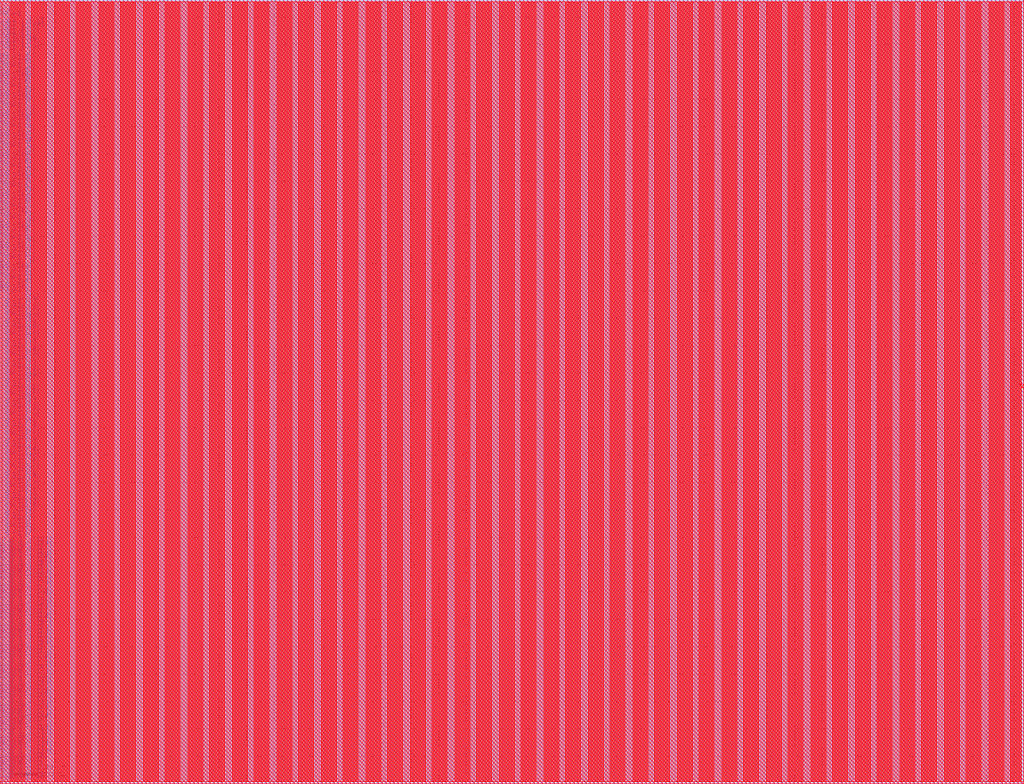
<source format=lef>
VERSION 5.7 ;
BUSBITCHARS "[]" ;
MACRO sram_96x4096_1rw
  FOREIGN sram_96x4096_1rw 0 0 ;
  SYMMETRY X Y R90 ;
  SIZE 747.080 BY 572.600 ;
  CLASS BLOCK ;
  PIN w_mask_in[0]
    DIRECTION INPUT ;
    USE SIGNAL ;
    SHAPE ABUTMENT ;
    PORT
      LAYER metal3 ;
      RECT 0.000 1.365 0.070 1.435 ;
    END
  END w_mask_in[0]
  PIN w_mask_in[1]
    DIRECTION INPUT ;
    USE SIGNAL ;
    SHAPE ABUTMENT ;
    PORT
      LAYER metal3 ;
      RECT 0.000 3.185 0.070 3.255 ;
    END
  END w_mask_in[1]
  PIN w_mask_in[2]
    DIRECTION INPUT ;
    USE SIGNAL ;
    SHAPE ABUTMENT ;
    PORT
      LAYER metal3 ;
      RECT 0.000 5.005 0.070 5.075 ;
    END
  END w_mask_in[2]
  PIN w_mask_in[3]
    DIRECTION INPUT ;
    USE SIGNAL ;
    SHAPE ABUTMENT ;
    PORT
      LAYER metal3 ;
      RECT 0.000 6.825 0.070 6.895 ;
    END
  END w_mask_in[3]
  PIN w_mask_in[4]
    DIRECTION INPUT ;
    USE SIGNAL ;
    SHAPE ABUTMENT ;
    PORT
      LAYER metal3 ;
      RECT 0.000 8.645 0.070 8.715 ;
    END
  END w_mask_in[4]
  PIN w_mask_in[5]
    DIRECTION INPUT ;
    USE SIGNAL ;
    SHAPE ABUTMENT ;
    PORT
      LAYER metal3 ;
      RECT 0.000 10.465 0.070 10.535 ;
    END
  END w_mask_in[5]
  PIN w_mask_in[6]
    DIRECTION INPUT ;
    USE SIGNAL ;
    SHAPE ABUTMENT ;
    PORT
      LAYER metal3 ;
      RECT 0.000 12.285 0.070 12.355 ;
    END
  END w_mask_in[6]
  PIN w_mask_in[7]
    DIRECTION INPUT ;
    USE SIGNAL ;
    SHAPE ABUTMENT ;
    PORT
      LAYER metal3 ;
      RECT 0.000 14.105 0.070 14.175 ;
    END
  END w_mask_in[7]
  PIN w_mask_in[8]
    DIRECTION INPUT ;
    USE SIGNAL ;
    SHAPE ABUTMENT ;
    PORT
      LAYER metal3 ;
      RECT 0.000 15.925 0.070 15.995 ;
    END
  END w_mask_in[8]
  PIN w_mask_in[9]
    DIRECTION INPUT ;
    USE SIGNAL ;
    SHAPE ABUTMENT ;
    PORT
      LAYER metal3 ;
      RECT 0.000 17.745 0.070 17.815 ;
    END
  END w_mask_in[9]
  PIN w_mask_in[10]
    DIRECTION INPUT ;
    USE SIGNAL ;
    SHAPE ABUTMENT ;
    PORT
      LAYER metal3 ;
      RECT 0.000 19.565 0.070 19.635 ;
    END
  END w_mask_in[10]
  PIN w_mask_in[11]
    DIRECTION INPUT ;
    USE SIGNAL ;
    SHAPE ABUTMENT ;
    PORT
      LAYER metal3 ;
      RECT 0.000 21.385 0.070 21.455 ;
    END
  END w_mask_in[11]
  PIN w_mask_in[12]
    DIRECTION INPUT ;
    USE SIGNAL ;
    SHAPE ABUTMENT ;
    PORT
      LAYER metal3 ;
      RECT 0.000 23.205 0.070 23.275 ;
    END
  END w_mask_in[12]
  PIN w_mask_in[13]
    DIRECTION INPUT ;
    USE SIGNAL ;
    SHAPE ABUTMENT ;
    PORT
      LAYER metal3 ;
      RECT 0.000 25.025 0.070 25.095 ;
    END
  END w_mask_in[13]
  PIN w_mask_in[14]
    DIRECTION INPUT ;
    USE SIGNAL ;
    SHAPE ABUTMENT ;
    PORT
      LAYER metal3 ;
      RECT 0.000 26.845 0.070 26.915 ;
    END
  END w_mask_in[14]
  PIN w_mask_in[15]
    DIRECTION INPUT ;
    USE SIGNAL ;
    SHAPE ABUTMENT ;
    PORT
      LAYER metal3 ;
      RECT 0.000 28.665 0.070 28.735 ;
    END
  END w_mask_in[15]
  PIN w_mask_in[16]
    DIRECTION INPUT ;
    USE SIGNAL ;
    SHAPE ABUTMENT ;
    PORT
      LAYER metal3 ;
      RECT 0.000 30.485 0.070 30.555 ;
    END
  END w_mask_in[16]
  PIN w_mask_in[17]
    DIRECTION INPUT ;
    USE SIGNAL ;
    SHAPE ABUTMENT ;
    PORT
      LAYER metal3 ;
      RECT 0.000 32.305 0.070 32.375 ;
    END
  END w_mask_in[17]
  PIN w_mask_in[18]
    DIRECTION INPUT ;
    USE SIGNAL ;
    SHAPE ABUTMENT ;
    PORT
      LAYER metal3 ;
      RECT 0.000 34.125 0.070 34.195 ;
    END
  END w_mask_in[18]
  PIN w_mask_in[19]
    DIRECTION INPUT ;
    USE SIGNAL ;
    SHAPE ABUTMENT ;
    PORT
      LAYER metal3 ;
      RECT 0.000 35.945 0.070 36.015 ;
    END
  END w_mask_in[19]
  PIN w_mask_in[20]
    DIRECTION INPUT ;
    USE SIGNAL ;
    SHAPE ABUTMENT ;
    PORT
      LAYER metal3 ;
      RECT 0.000 37.765 0.070 37.835 ;
    END
  END w_mask_in[20]
  PIN w_mask_in[21]
    DIRECTION INPUT ;
    USE SIGNAL ;
    SHAPE ABUTMENT ;
    PORT
      LAYER metal3 ;
      RECT 0.000 39.585 0.070 39.655 ;
    END
  END w_mask_in[21]
  PIN w_mask_in[22]
    DIRECTION INPUT ;
    USE SIGNAL ;
    SHAPE ABUTMENT ;
    PORT
      LAYER metal3 ;
      RECT 0.000 41.405 0.070 41.475 ;
    END
  END w_mask_in[22]
  PIN w_mask_in[23]
    DIRECTION INPUT ;
    USE SIGNAL ;
    SHAPE ABUTMENT ;
    PORT
      LAYER metal3 ;
      RECT 0.000 43.225 0.070 43.295 ;
    END
  END w_mask_in[23]
  PIN w_mask_in[24]
    DIRECTION INPUT ;
    USE SIGNAL ;
    SHAPE ABUTMENT ;
    PORT
      LAYER metal3 ;
      RECT 0.000 45.045 0.070 45.115 ;
    END
  END w_mask_in[24]
  PIN w_mask_in[25]
    DIRECTION INPUT ;
    USE SIGNAL ;
    SHAPE ABUTMENT ;
    PORT
      LAYER metal3 ;
      RECT 0.000 46.865 0.070 46.935 ;
    END
  END w_mask_in[25]
  PIN w_mask_in[26]
    DIRECTION INPUT ;
    USE SIGNAL ;
    SHAPE ABUTMENT ;
    PORT
      LAYER metal3 ;
      RECT 0.000 48.685 0.070 48.755 ;
    END
  END w_mask_in[26]
  PIN w_mask_in[27]
    DIRECTION INPUT ;
    USE SIGNAL ;
    SHAPE ABUTMENT ;
    PORT
      LAYER metal3 ;
      RECT 0.000 50.505 0.070 50.575 ;
    END
  END w_mask_in[27]
  PIN w_mask_in[28]
    DIRECTION INPUT ;
    USE SIGNAL ;
    SHAPE ABUTMENT ;
    PORT
      LAYER metal3 ;
      RECT 0.000 52.325 0.070 52.395 ;
    END
  END w_mask_in[28]
  PIN w_mask_in[29]
    DIRECTION INPUT ;
    USE SIGNAL ;
    SHAPE ABUTMENT ;
    PORT
      LAYER metal3 ;
      RECT 0.000 54.145 0.070 54.215 ;
    END
  END w_mask_in[29]
  PIN w_mask_in[30]
    DIRECTION INPUT ;
    USE SIGNAL ;
    SHAPE ABUTMENT ;
    PORT
      LAYER metal3 ;
      RECT 0.000 55.965 0.070 56.035 ;
    END
  END w_mask_in[30]
  PIN w_mask_in[31]
    DIRECTION INPUT ;
    USE SIGNAL ;
    SHAPE ABUTMENT ;
    PORT
      LAYER metal3 ;
      RECT 0.000 57.785 0.070 57.855 ;
    END
  END w_mask_in[31]
  PIN w_mask_in[32]
    DIRECTION INPUT ;
    USE SIGNAL ;
    SHAPE ABUTMENT ;
    PORT
      LAYER metal3 ;
      RECT 0.000 59.605 0.070 59.675 ;
    END
  END w_mask_in[32]
  PIN w_mask_in[33]
    DIRECTION INPUT ;
    USE SIGNAL ;
    SHAPE ABUTMENT ;
    PORT
      LAYER metal3 ;
      RECT 0.000 61.425 0.070 61.495 ;
    END
  END w_mask_in[33]
  PIN w_mask_in[34]
    DIRECTION INPUT ;
    USE SIGNAL ;
    SHAPE ABUTMENT ;
    PORT
      LAYER metal3 ;
      RECT 0.000 63.245 0.070 63.315 ;
    END
  END w_mask_in[34]
  PIN w_mask_in[35]
    DIRECTION INPUT ;
    USE SIGNAL ;
    SHAPE ABUTMENT ;
    PORT
      LAYER metal3 ;
      RECT 0.000 65.065 0.070 65.135 ;
    END
  END w_mask_in[35]
  PIN w_mask_in[36]
    DIRECTION INPUT ;
    USE SIGNAL ;
    SHAPE ABUTMENT ;
    PORT
      LAYER metal3 ;
      RECT 0.000 66.885 0.070 66.955 ;
    END
  END w_mask_in[36]
  PIN w_mask_in[37]
    DIRECTION INPUT ;
    USE SIGNAL ;
    SHAPE ABUTMENT ;
    PORT
      LAYER metal3 ;
      RECT 0.000 68.705 0.070 68.775 ;
    END
  END w_mask_in[37]
  PIN w_mask_in[38]
    DIRECTION INPUT ;
    USE SIGNAL ;
    SHAPE ABUTMENT ;
    PORT
      LAYER metal3 ;
      RECT 0.000 70.525 0.070 70.595 ;
    END
  END w_mask_in[38]
  PIN w_mask_in[39]
    DIRECTION INPUT ;
    USE SIGNAL ;
    SHAPE ABUTMENT ;
    PORT
      LAYER metal3 ;
      RECT 0.000 72.345 0.070 72.415 ;
    END
  END w_mask_in[39]
  PIN w_mask_in[40]
    DIRECTION INPUT ;
    USE SIGNAL ;
    SHAPE ABUTMENT ;
    PORT
      LAYER metal3 ;
      RECT 0.000 74.165 0.070 74.235 ;
    END
  END w_mask_in[40]
  PIN w_mask_in[41]
    DIRECTION INPUT ;
    USE SIGNAL ;
    SHAPE ABUTMENT ;
    PORT
      LAYER metal3 ;
      RECT 0.000 75.985 0.070 76.055 ;
    END
  END w_mask_in[41]
  PIN w_mask_in[42]
    DIRECTION INPUT ;
    USE SIGNAL ;
    SHAPE ABUTMENT ;
    PORT
      LAYER metal3 ;
      RECT 0.000 77.805 0.070 77.875 ;
    END
  END w_mask_in[42]
  PIN w_mask_in[43]
    DIRECTION INPUT ;
    USE SIGNAL ;
    SHAPE ABUTMENT ;
    PORT
      LAYER metal3 ;
      RECT 0.000 79.625 0.070 79.695 ;
    END
  END w_mask_in[43]
  PIN w_mask_in[44]
    DIRECTION INPUT ;
    USE SIGNAL ;
    SHAPE ABUTMENT ;
    PORT
      LAYER metal3 ;
      RECT 0.000 81.445 0.070 81.515 ;
    END
  END w_mask_in[44]
  PIN w_mask_in[45]
    DIRECTION INPUT ;
    USE SIGNAL ;
    SHAPE ABUTMENT ;
    PORT
      LAYER metal3 ;
      RECT 0.000 83.265 0.070 83.335 ;
    END
  END w_mask_in[45]
  PIN w_mask_in[46]
    DIRECTION INPUT ;
    USE SIGNAL ;
    SHAPE ABUTMENT ;
    PORT
      LAYER metal3 ;
      RECT 0.000 85.085 0.070 85.155 ;
    END
  END w_mask_in[46]
  PIN w_mask_in[47]
    DIRECTION INPUT ;
    USE SIGNAL ;
    SHAPE ABUTMENT ;
    PORT
      LAYER metal3 ;
      RECT 0.000 86.905 0.070 86.975 ;
    END
  END w_mask_in[47]
  PIN w_mask_in[48]
    DIRECTION INPUT ;
    USE SIGNAL ;
    SHAPE ABUTMENT ;
    PORT
      LAYER metal3 ;
      RECT 0.000 88.725 0.070 88.795 ;
    END
  END w_mask_in[48]
  PIN w_mask_in[49]
    DIRECTION INPUT ;
    USE SIGNAL ;
    SHAPE ABUTMENT ;
    PORT
      LAYER metal3 ;
      RECT 0.000 90.545 0.070 90.615 ;
    END
  END w_mask_in[49]
  PIN w_mask_in[50]
    DIRECTION INPUT ;
    USE SIGNAL ;
    SHAPE ABUTMENT ;
    PORT
      LAYER metal3 ;
      RECT 0.000 92.365 0.070 92.435 ;
    END
  END w_mask_in[50]
  PIN w_mask_in[51]
    DIRECTION INPUT ;
    USE SIGNAL ;
    SHAPE ABUTMENT ;
    PORT
      LAYER metal3 ;
      RECT 0.000 94.185 0.070 94.255 ;
    END
  END w_mask_in[51]
  PIN w_mask_in[52]
    DIRECTION INPUT ;
    USE SIGNAL ;
    SHAPE ABUTMENT ;
    PORT
      LAYER metal3 ;
      RECT 0.000 96.005 0.070 96.075 ;
    END
  END w_mask_in[52]
  PIN w_mask_in[53]
    DIRECTION INPUT ;
    USE SIGNAL ;
    SHAPE ABUTMENT ;
    PORT
      LAYER metal3 ;
      RECT 0.000 97.825 0.070 97.895 ;
    END
  END w_mask_in[53]
  PIN w_mask_in[54]
    DIRECTION INPUT ;
    USE SIGNAL ;
    SHAPE ABUTMENT ;
    PORT
      LAYER metal3 ;
      RECT 0.000 99.645 0.070 99.715 ;
    END
  END w_mask_in[54]
  PIN w_mask_in[55]
    DIRECTION INPUT ;
    USE SIGNAL ;
    SHAPE ABUTMENT ;
    PORT
      LAYER metal3 ;
      RECT 0.000 101.465 0.070 101.535 ;
    END
  END w_mask_in[55]
  PIN w_mask_in[56]
    DIRECTION INPUT ;
    USE SIGNAL ;
    SHAPE ABUTMENT ;
    PORT
      LAYER metal3 ;
      RECT 0.000 103.285 0.070 103.355 ;
    END
  END w_mask_in[56]
  PIN w_mask_in[57]
    DIRECTION INPUT ;
    USE SIGNAL ;
    SHAPE ABUTMENT ;
    PORT
      LAYER metal3 ;
      RECT 0.000 105.105 0.070 105.175 ;
    END
  END w_mask_in[57]
  PIN w_mask_in[58]
    DIRECTION INPUT ;
    USE SIGNAL ;
    SHAPE ABUTMENT ;
    PORT
      LAYER metal3 ;
      RECT 0.000 106.925 0.070 106.995 ;
    END
  END w_mask_in[58]
  PIN w_mask_in[59]
    DIRECTION INPUT ;
    USE SIGNAL ;
    SHAPE ABUTMENT ;
    PORT
      LAYER metal3 ;
      RECT 0.000 108.745 0.070 108.815 ;
    END
  END w_mask_in[59]
  PIN w_mask_in[60]
    DIRECTION INPUT ;
    USE SIGNAL ;
    SHAPE ABUTMENT ;
    PORT
      LAYER metal3 ;
      RECT 0.000 110.565 0.070 110.635 ;
    END
  END w_mask_in[60]
  PIN w_mask_in[61]
    DIRECTION INPUT ;
    USE SIGNAL ;
    SHAPE ABUTMENT ;
    PORT
      LAYER metal3 ;
      RECT 0.000 112.385 0.070 112.455 ;
    END
  END w_mask_in[61]
  PIN w_mask_in[62]
    DIRECTION INPUT ;
    USE SIGNAL ;
    SHAPE ABUTMENT ;
    PORT
      LAYER metal3 ;
      RECT 0.000 114.205 0.070 114.275 ;
    END
  END w_mask_in[62]
  PIN w_mask_in[63]
    DIRECTION INPUT ;
    USE SIGNAL ;
    SHAPE ABUTMENT ;
    PORT
      LAYER metal3 ;
      RECT 0.000 116.025 0.070 116.095 ;
    END
  END w_mask_in[63]
  PIN w_mask_in[64]
    DIRECTION INPUT ;
    USE SIGNAL ;
    SHAPE ABUTMENT ;
    PORT
      LAYER metal3 ;
      RECT 0.000 117.845 0.070 117.915 ;
    END
  END w_mask_in[64]
  PIN w_mask_in[65]
    DIRECTION INPUT ;
    USE SIGNAL ;
    SHAPE ABUTMENT ;
    PORT
      LAYER metal3 ;
      RECT 0.000 119.665 0.070 119.735 ;
    END
  END w_mask_in[65]
  PIN w_mask_in[66]
    DIRECTION INPUT ;
    USE SIGNAL ;
    SHAPE ABUTMENT ;
    PORT
      LAYER metal3 ;
      RECT 0.000 121.485 0.070 121.555 ;
    END
  END w_mask_in[66]
  PIN w_mask_in[67]
    DIRECTION INPUT ;
    USE SIGNAL ;
    SHAPE ABUTMENT ;
    PORT
      LAYER metal3 ;
      RECT 0.000 123.305 0.070 123.375 ;
    END
  END w_mask_in[67]
  PIN w_mask_in[68]
    DIRECTION INPUT ;
    USE SIGNAL ;
    SHAPE ABUTMENT ;
    PORT
      LAYER metal3 ;
      RECT 0.000 125.125 0.070 125.195 ;
    END
  END w_mask_in[68]
  PIN w_mask_in[69]
    DIRECTION INPUT ;
    USE SIGNAL ;
    SHAPE ABUTMENT ;
    PORT
      LAYER metal3 ;
      RECT 0.000 126.945 0.070 127.015 ;
    END
  END w_mask_in[69]
  PIN w_mask_in[70]
    DIRECTION INPUT ;
    USE SIGNAL ;
    SHAPE ABUTMENT ;
    PORT
      LAYER metal3 ;
      RECT 0.000 128.765 0.070 128.835 ;
    END
  END w_mask_in[70]
  PIN w_mask_in[71]
    DIRECTION INPUT ;
    USE SIGNAL ;
    SHAPE ABUTMENT ;
    PORT
      LAYER metal3 ;
      RECT 0.000 130.585 0.070 130.655 ;
    END
  END w_mask_in[71]
  PIN w_mask_in[72]
    DIRECTION INPUT ;
    USE SIGNAL ;
    SHAPE ABUTMENT ;
    PORT
      LAYER metal3 ;
      RECT 0.000 132.405 0.070 132.475 ;
    END
  END w_mask_in[72]
  PIN w_mask_in[73]
    DIRECTION INPUT ;
    USE SIGNAL ;
    SHAPE ABUTMENT ;
    PORT
      LAYER metal3 ;
      RECT 0.000 134.225 0.070 134.295 ;
    END
  END w_mask_in[73]
  PIN w_mask_in[74]
    DIRECTION INPUT ;
    USE SIGNAL ;
    SHAPE ABUTMENT ;
    PORT
      LAYER metal3 ;
      RECT 0.000 136.045 0.070 136.115 ;
    END
  END w_mask_in[74]
  PIN w_mask_in[75]
    DIRECTION INPUT ;
    USE SIGNAL ;
    SHAPE ABUTMENT ;
    PORT
      LAYER metal3 ;
      RECT 0.000 137.865 0.070 137.935 ;
    END
  END w_mask_in[75]
  PIN w_mask_in[76]
    DIRECTION INPUT ;
    USE SIGNAL ;
    SHAPE ABUTMENT ;
    PORT
      LAYER metal3 ;
      RECT 0.000 139.685 0.070 139.755 ;
    END
  END w_mask_in[76]
  PIN w_mask_in[77]
    DIRECTION INPUT ;
    USE SIGNAL ;
    SHAPE ABUTMENT ;
    PORT
      LAYER metal3 ;
      RECT 0.000 141.505 0.070 141.575 ;
    END
  END w_mask_in[77]
  PIN w_mask_in[78]
    DIRECTION INPUT ;
    USE SIGNAL ;
    SHAPE ABUTMENT ;
    PORT
      LAYER metal3 ;
      RECT 0.000 143.325 0.070 143.395 ;
    END
  END w_mask_in[78]
  PIN w_mask_in[79]
    DIRECTION INPUT ;
    USE SIGNAL ;
    SHAPE ABUTMENT ;
    PORT
      LAYER metal3 ;
      RECT 0.000 145.145 0.070 145.215 ;
    END
  END w_mask_in[79]
  PIN w_mask_in[80]
    DIRECTION INPUT ;
    USE SIGNAL ;
    SHAPE ABUTMENT ;
    PORT
      LAYER metal3 ;
      RECT 0.000 146.965 0.070 147.035 ;
    END
  END w_mask_in[80]
  PIN w_mask_in[81]
    DIRECTION INPUT ;
    USE SIGNAL ;
    SHAPE ABUTMENT ;
    PORT
      LAYER metal3 ;
      RECT 0.000 148.785 0.070 148.855 ;
    END
  END w_mask_in[81]
  PIN w_mask_in[82]
    DIRECTION INPUT ;
    USE SIGNAL ;
    SHAPE ABUTMENT ;
    PORT
      LAYER metal3 ;
      RECT 0.000 150.605 0.070 150.675 ;
    END
  END w_mask_in[82]
  PIN w_mask_in[83]
    DIRECTION INPUT ;
    USE SIGNAL ;
    SHAPE ABUTMENT ;
    PORT
      LAYER metal3 ;
      RECT 0.000 152.425 0.070 152.495 ;
    END
  END w_mask_in[83]
  PIN w_mask_in[84]
    DIRECTION INPUT ;
    USE SIGNAL ;
    SHAPE ABUTMENT ;
    PORT
      LAYER metal3 ;
      RECT 0.000 154.245 0.070 154.315 ;
    END
  END w_mask_in[84]
  PIN w_mask_in[85]
    DIRECTION INPUT ;
    USE SIGNAL ;
    SHAPE ABUTMENT ;
    PORT
      LAYER metal3 ;
      RECT 0.000 156.065 0.070 156.135 ;
    END
  END w_mask_in[85]
  PIN w_mask_in[86]
    DIRECTION INPUT ;
    USE SIGNAL ;
    SHAPE ABUTMENT ;
    PORT
      LAYER metal3 ;
      RECT 0.000 157.885 0.070 157.955 ;
    END
  END w_mask_in[86]
  PIN w_mask_in[87]
    DIRECTION INPUT ;
    USE SIGNAL ;
    SHAPE ABUTMENT ;
    PORT
      LAYER metal3 ;
      RECT 0.000 159.705 0.070 159.775 ;
    END
  END w_mask_in[87]
  PIN w_mask_in[88]
    DIRECTION INPUT ;
    USE SIGNAL ;
    SHAPE ABUTMENT ;
    PORT
      LAYER metal3 ;
      RECT 0.000 161.525 0.070 161.595 ;
    END
  END w_mask_in[88]
  PIN w_mask_in[89]
    DIRECTION INPUT ;
    USE SIGNAL ;
    SHAPE ABUTMENT ;
    PORT
      LAYER metal3 ;
      RECT 0.000 163.345 0.070 163.415 ;
    END
  END w_mask_in[89]
  PIN w_mask_in[90]
    DIRECTION INPUT ;
    USE SIGNAL ;
    SHAPE ABUTMENT ;
    PORT
      LAYER metal3 ;
      RECT 0.000 165.165 0.070 165.235 ;
    END
  END w_mask_in[90]
  PIN w_mask_in[91]
    DIRECTION INPUT ;
    USE SIGNAL ;
    SHAPE ABUTMENT ;
    PORT
      LAYER metal3 ;
      RECT 0.000 166.985 0.070 167.055 ;
    END
  END w_mask_in[91]
  PIN w_mask_in[92]
    DIRECTION INPUT ;
    USE SIGNAL ;
    SHAPE ABUTMENT ;
    PORT
      LAYER metal3 ;
      RECT 0.000 168.805 0.070 168.875 ;
    END
  END w_mask_in[92]
  PIN w_mask_in[93]
    DIRECTION INPUT ;
    USE SIGNAL ;
    SHAPE ABUTMENT ;
    PORT
      LAYER metal3 ;
      RECT 0.000 170.625 0.070 170.695 ;
    END
  END w_mask_in[93]
  PIN w_mask_in[94]
    DIRECTION INPUT ;
    USE SIGNAL ;
    SHAPE ABUTMENT ;
    PORT
      LAYER metal3 ;
      RECT 0.000 172.445 0.070 172.515 ;
    END
  END w_mask_in[94]
  PIN w_mask_in[95]
    DIRECTION INPUT ;
    USE SIGNAL ;
    SHAPE ABUTMENT ;
    PORT
      LAYER metal3 ;
      RECT 0.000 174.265 0.070 174.335 ;
    END
  END w_mask_in[95]
  PIN rd_out[0]
    DIRECTION OUTPUT ;
    USE SIGNAL ;
    SHAPE ABUTMENT ;
    PORT
      LAYER metal3 ;
      RECT 0.000 178.745 0.070 178.815 ;
    END
  END rd_out[0]
  PIN rd_out[1]
    DIRECTION OUTPUT ;
    USE SIGNAL ;
    SHAPE ABUTMENT ;
    PORT
      LAYER metal3 ;
      RECT 0.000 180.565 0.070 180.635 ;
    END
  END rd_out[1]
  PIN rd_out[2]
    DIRECTION OUTPUT ;
    USE SIGNAL ;
    SHAPE ABUTMENT ;
    PORT
      LAYER metal3 ;
      RECT 0.000 182.385 0.070 182.455 ;
    END
  END rd_out[2]
  PIN rd_out[3]
    DIRECTION OUTPUT ;
    USE SIGNAL ;
    SHAPE ABUTMENT ;
    PORT
      LAYER metal3 ;
      RECT 0.000 184.205 0.070 184.275 ;
    END
  END rd_out[3]
  PIN rd_out[4]
    DIRECTION OUTPUT ;
    USE SIGNAL ;
    SHAPE ABUTMENT ;
    PORT
      LAYER metal3 ;
      RECT 0.000 186.025 0.070 186.095 ;
    END
  END rd_out[4]
  PIN rd_out[5]
    DIRECTION OUTPUT ;
    USE SIGNAL ;
    SHAPE ABUTMENT ;
    PORT
      LAYER metal3 ;
      RECT 0.000 187.845 0.070 187.915 ;
    END
  END rd_out[5]
  PIN rd_out[6]
    DIRECTION OUTPUT ;
    USE SIGNAL ;
    SHAPE ABUTMENT ;
    PORT
      LAYER metal3 ;
      RECT 0.000 189.665 0.070 189.735 ;
    END
  END rd_out[6]
  PIN rd_out[7]
    DIRECTION OUTPUT ;
    USE SIGNAL ;
    SHAPE ABUTMENT ;
    PORT
      LAYER metal3 ;
      RECT 0.000 191.485 0.070 191.555 ;
    END
  END rd_out[7]
  PIN rd_out[8]
    DIRECTION OUTPUT ;
    USE SIGNAL ;
    SHAPE ABUTMENT ;
    PORT
      LAYER metal3 ;
      RECT 0.000 193.305 0.070 193.375 ;
    END
  END rd_out[8]
  PIN rd_out[9]
    DIRECTION OUTPUT ;
    USE SIGNAL ;
    SHAPE ABUTMENT ;
    PORT
      LAYER metal3 ;
      RECT 0.000 195.125 0.070 195.195 ;
    END
  END rd_out[9]
  PIN rd_out[10]
    DIRECTION OUTPUT ;
    USE SIGNAL ;
    SHAPE ABUTMENT ;
    PORT
      LAYER metal3 ;
      RECT 0.000 196.945 0.070 197.015 ;
    END
  END rd_out[10]
  PIN rd_out[11]
    DIRECTION OUTPUT ;
    USE SIGNAL ;
    SHAPE ABUTMENT ;
    PORT
      LAYER metal3 ;
      RECT 0.000 198.765 0.070 198.835 ;
    END
  END rd_out[11]
  PIN rd_out[12]
    DIRECTION OUTPUT ;
    USE SIGNAL ;
    SHAPE ABUTMENT ;
    PORT
      LAYER metal3 ;
      RECT 0.000 200.585 0.070 200.655 ;
    END
  END rd_out[12]
  PIN rd_out[13]
    DIRECTION OUTPUT ;
    USE SIGNAL ;
    SHAPE ABUTMENT ;
    PORT
      LAYER metal3 ;
      RECT 0.000 202.405 0.070 202.475 ;
    END
  END rd_out[13]
  PIN rd_out[14]
    DIRECTION OUTPUT ;
    USE SIGNAL ;
    SHAPE ABUTMENT ;
    PORT
      LAYER metal3 ;
      RECT 0.000 204.225 0.070 204.295 ;
    END
  END rd_out[14]
  PIN rd_out[15]
    DIRECTION OUTPUT ;
    USE SIGNAL ;
    SHAPE ABUTMENT ;
    PORT
      LAYER metal3 ;
      RECT 0.000 206.045 0.070 206.115 ;
    END
  END rd_out[15]
  PIN rd_out[16]
    DIRECTION OUTPUT ;
    USE SIGNAL ;
    SHAPE ABUTMENT ;
    PORT
      LAYER metal3 ;
      RECT 0.000 207.865 0.070 207.935 ;
    END
  END rd_out[16]
  PIN rd_out[17]
    DIRECTION OUTPUT ;
    USE SIGNAL ;
    SHAPE ABUTMENT ;
    PORT
      LAYER metal3 ;
      RECT 0.000 209.685 0.070 209.755 ;
    END
  END rd_out[17]
  PIN rd_out[18]
    DIRECTION OUTPUT ;
    USE SIGNAL ;
    SHAPE ABUTMENT ;
    PORT
      LAYER metal3 ;
      RECT 0.000 211.505 0.070 211.575 ;
    END
  END rd_out[18]
  PIN rd_out[19]
    DIRECTION OUTPUT ;
    USE SIGNAL ;
    SHAPE ABUTMENT ;
    PORT
      LAYER metal3 ;
      RECT 0.000 213.325 0.070 213.395 ;
    END
  END rd_out[19]
  PIN rd_out[20]
    DIRECTION OUTPUT ;
    USE SIGNAL ;
    SHAPE ABUTMENT ;
    PORT
      LAYER metal3 ;
      RECT 0.000 215.145 0.070 215.215 ;
    END
  END rd_out[20]
  PIN rd_out[21]
    DIRECTION OUTPUT ;
    USE SIGNAL ;
    SHAPE ABUTMENT ;
    PORT
      LAYER metal3 ;
      RECT 0.000 216.965 0.070 217.035 ;
    END
  END rd_out[21]
  PIN rd_out[22]
    DIRECTION OUTPUT ;
    USE SIGNAL ;
    SHAPE ABUTMENT ;
    PORT
      LAYER metal3 ;
      RECT 0.000 218.785 0.070 218.855 ;
    END
  END rd_out[22]
  PIN rd_out[23]
    DIRECTION OUTPUT ;
    USE SIGNAL ;
    SHAPE ABUTMENT ;
    PORT
      LAYER metal3 ;
      RECT 0.000 220.605 0.070 220.675 ;
    END
  END rd_out[23]
  PIN rd_out[24]
    DIRECTION OUTPUT ;
    USE SIGNAL ;
    SHAPE ABUTMENT ;
    PORT
      LAYER metal3 ;
      RECT 0.000 222.425 0.070 222.495 ;
    END
  END rd_out[24]
  PIN rd_out[25]
    DIRECTION OUTPUT ;
    USE SIGNAL ;
    SHAPE ABUTMENT ;
    PORT
      LAYER metal3 ;
      RECT 0.000 224.245 0.070 224.315 ;
    END
  END rd_out[25]
  PIN rd_out[26]
    DIRECTION OUTPUT ;
    USE SIGNAL ;
    SHAPE ABUTMENT ;
    PORT
      LAYER metal3 ;
      RECT 0.000 226.065 0.070 226.135 ;
    END
  END rd_out[26]
  PIN rd_out[27]
    DIRECTION OUTPUT ;
    USE SIGNAL ;
    SHAPE ABUTMENT ;
    PORT
      LAYER metal3 ;
      RECT 0.000 227.885 0.070 227.955 ;
    END
  END rd_out[27]
  PIN rd_out[28]
    DIRECTION OUTPUT ;
    USE SIGNAL ;
    SHAPE ABUTMENT ;
    PORT
      LAYER metal3 ;
      RECT 0.000 229.705 0.070 229.775 ;
    END
  END rd_out[28]
  PIN rd_out[29]
    DIRECTION OUTPUT ;
    USE SIGNAL ;
    SHAPE ABUTMENT ;
    PORT
      LAYER metal3 ;
      RECT 0.000 231.525 0.070 231.595 ;
    END
  END rd_out[29]
  PIN rd_out[30]
    DIRECTION OUTPUT ;
    USE SIGNAL ;
    SHAPE ABUTMENT ;
    PORT
      LAYER metal3 ;
      RECT 0.000 233.345 0.070 233.415 ;
    END
  END rd_out[30]
  PIN rd_out[31]
    DIRECTION OUTPUT ;
    USE SIGNAL ;
    SHAPE ABUTMENT ;
    PORT
      LAYER metal3 ;
      RECT 0.000 235.165 0.070 235.235 ;
    END
  END rd_out[31]
  PIN rd_out[32]
    DIRECTION OUTPUT ;
    USE SIGNAL ;
    SHAPE ABUTMENT ;
    PORT
      LAYER metal3 ;
      RECT 0.000 236.985 0.070 237.055 ;
    END
  END rd_out[32]
  PIN rd_out[33]
    DIRECTION OUTPUT ;
    USE SIGNAL ;
    SHAPE ABUTMENT ;
    PORT
      LAYER metal3 ;
      RECT 0.000 238.805 0.070 238.875 ;
    END
  END rd_out[33]
  PIN rd_out[34]
    DIRECTION OUTPUT ;
    USE SIGNAL ;
    SHAPE ABUTMENT ;
    PORT
      LAYER metal3 ;
      RECT 0.000 240.625 0.070 240.695 ;
    END
  END rd_out[34]
  PIN rd_out[35]
    DIRECTION OUTPUT ;
    USE SIGNAL ;
    SHAPE ABUTMENT ;
    PORT
      LAYER metal3 ;
      RECT 0.000 242.445 0.070 242.515 ;
    END
  END rd_out[35]
  PIN rd_out[36]
    DIRECTION OUTPUT ;
    USE SIGNAL ;
    SHAPE ABUTMENT ;
    PORT
      LAYER metal3 ;
      RECT 0.000 244.265 0.070 244.335 ;
    END
  END rd_out[36]
  PIN rd_out[37]
    DIRECTION OUTPUT ;
    USE SIGNAL ;
    SHAPE ABUTMENT ;
    PORT
      LAYER metal3 ;
      RECT 0.000 246.085 0.070 246.155 ;
    END
  END rd_out[37]
  PIN rd_out[38]
    DIRECTION OUTPUT ;
    USE SIGNAL ;
    SHAPE ABUTMENT ;
    PORT
      LAYER metal3 ;
      RECT 0.000 247.905 0.070 247.975 ;
    END
  END rd_out[38]
  PIN rd_out[39]
    DIRECTION OUTPUT ;
    USE SIGNAL ;
    SHAPE ABUTMENT ;
    PORT
      LAYER metal3 ;
      RECT 0.000 249.725 0.070 249.795 ;
    END
  END rd_out[39]
  PIN rd_out[40]
    DIRECTION OUTPUT ;
    USE SIGNAL ;
    SHAPE ABUTMENT ;
    PORT
      LAYER metal3 ;
      RECT 0.000 251.545 0.070 251.615 ;
    END
  END rd_out[40]
  PIN rd_out[41]
    DIRECTION OUTPUT ;
    USE SIGNAL ;
    SHAPE ABUTMENT ;
    PORT
      LAYER metal3 ;
      RECT 0.000 253.365 0.070 253.435 ;
    END
  END rd_out[41]
  PIN rd_out[42]
    DIRECTION OUTPUT ;
    USE SIGNAL ;
    SHAPE ABUTMENT ;
    PORT
      LAYER metal3 ;
      RECT 0.000 255.185 0.070 255.255 ;
    END
  END rd_out[42]
  PIN rd_out[43]
    DIRECTION OUTPUT ;
    USE SIGNAL ;
    SHAPE ABUTMENT ;
    PORT
      LAYER metal3 ;
      RECT 0.000 257.005 0.070 257.075 ;
    END
  END rd_out[43]
  PIN rd_out[44]
    DIRECTION OUTPUT ;
    USE SIGNAL ;
    SHAPE ABUTMENT ;
    PORT
      LAYER metal3 ;
      RECT 0.000 258.825 0.070 258.895 ;
    END
  END rd_out[44]
  PIN rd_out[45]
    DIRECTION OUTPUT ;
    USE SIGNAL ;
    SHAPE ABUTMENT ;
    PORT
      LAYER metal3 ;
      RECT 0.000 260.645 0.070 260.715 ;
    END
  END rd_out[45]
  PIN rd_out[46]
    DIRECTION OUTPUT ;
    USE SIGNAL ;
    SHAPE ABUTMENT ;
    PORT
      LAYER metal3 ;
      RECT 0.000 262.465 0.070 262.535 ;
    END
  END rd_out[46]
  PIN rd_out[47]
    DIRECTION OUTPUT ;
    USE SIGNAL ;
    SHAPE ABUTMENT ;
    PORT
      LAYER metal3 ;
      RECT 0.000 264.285 0.070 264.355 ;
    END
  END rd_out[47]
  PIN rd_out[48]
    DIRECTION OUTPUT ;
    USE SIGNAL ;
    SHAPE ABUTMENT ;
    PORT
      LAYER metal3 ;
      RECT 0.000 266.105 0.070 266.175 ;
    END
  END rd_out[48]
  PIN rd_out[49]
    DIRECTION OUTPUT ;
    USE SIGNAL ;
    SHAPE ABUTMENT ;
    PORT
      LAYER metal3 ;
      RECT 0.000 267.925 0.070 267.995 ;
    END
  END rd_out[49]
  PIN rd_out[50]
    DIRECTION OUTPUT ;
    USE SIGNAL ;
    SHAPE ABUTMENT ;
    PORT
      LAYER metal3 ;
      RECT 0.000 269.745 0.070 269.815 ;
    END
  END rd_out[50]
  PIN rd_out[51]
    DIRECTION OUTPUT ;
    USE SIGNAL ;
    SHAPE ABUTMENT ;
    PORT
      LAYER metal3 ;
      RECT 0.000 271.565 0.070 271.635 ;
    END
  END rd_out[51]
  PIN rd_out[52]
    DIRECTION OUTPUT ;
    USE SIGNAL ;
    SHAPE ABUTMENT ;
    PORT
      LAYER metal3 ;
      RECT 0.000 273.385 0.070 273.455 ;
    END
  END rd_out[52]
  PIN rd_out[53]
    DIRECTION OUTPUT ;
    USE SIGNAL ;
    SHAPE ABUTMENT ;
    PORT
      LAYER metal3 ;
      RECT 0.000 275.205 0.070 275.275 ;
    END
  END rd_out[53]
  PIN rd_out[54]
    DIRECTION OUTPUT ;
    USE SIGNAL ;
    SHAPE ABUTMENT ;
    PORT
      LAYER metal3 ;
      RECT 0.000 277.025 0.070 277.095 ;
    END
  END rd_out[54]
  PIN rd_out[55]
    DIRECTION OUTPUT ;
    USE SIGNAL ;
    SHAPE ABUTMENT ;
    PORT
      LAYER metal3 ;
      RECT 0.000 278.845 0.070 278.915 ;
    END
  END rd_out[55]
  PIN rd_out[56]
    DIRECTION OUTPUT ;
    USE SIGNAL ;
    SHAPE ABUTMENT ;
    PORT
      LAYER metal3 ;
      RECT 0.000 280.665 0.070 280.735 ;
    END
  END rd_out[56]
  PIN rd_out[57]
    DIRECTION OUTPUT ;
    USE SIGNAL ;
    SHAPE ABUTMENT ;
    PORT
      LAYER metal3 ;
      RECT 0.000 282.485 0.070 282.555 ;
    END
  END rd_out[57]
  PIN rd_out[58]
    DIRECTION OUTPUT ;
    USE SIGNAL ;
    SHAPE ABUTMENT ;
    PORT
      LAYER metal3 ;
      RECT 0.000 284.305 0.070 284.375 ;
    END
  END rd_out[58]
  PIN rd_out[59]
    DIRECTION OUTPUT ;
    USE SIGNAL ;
    SHAPE ABUTMENT ;
    PORT
      LAYER metal3 ;
      RECT 0.000 286.125 0.070 286.195 ;
    END
  END rd_out[59]
  PIN rd_out[60]
    DIRECTION OUTPUT ;
    USE SIGNAL ;
    SHAPE ABUTMENT ;
    PORT
      LAYER metal3 ;
      RECT 0.000 287.945 0.070 288.015 ;
    END
  END rd_out[60]
  PIN rd_out[61]
    DIRECTION OUTPUT ;
    USE SIGNAL ;
    SHAPE ABUTMENT ;
    PORT
      LAYER metal3 ;
      RECT 0.000 289.765 0.070 289.835 ;
    END
  END rd_out[61]
  PIN rd_out[62]
    DIRECTION OUTPUT ;
    USE SIGNAL ;
    SHAPE ABUTMENT ;
    PORT
      LAYER metal3 ;
      RECT 0.000 291.585 0.070 291.655 ;
    END
  END rd_out[62]
  PIN rd_out[63]
    DIRECTION OUTPUT ;
    USE SIGNAL ;
    SHAPE ABUTMENT ;
    PORT
      LAYER metal3 ;
      RECT 0.000 293.405 0.070 293.475 ;
    END
  END rd_out[63]
  PIN rd_out[64]
    DIRECTION OUTPUT ;
    USE SIGNAL ;
    SHAPE ABUTMENT ;
    PORT
      LAYER metal3 ;
      RECT 0.000 295.225 0.070 295.295 ;
    END
  END rd_out[64]
  PIN rd_out[65]
    DIRECTION OUTPUT ;
    USE SIGNAL ;
    SHAPE ABUTMENT ;
    PORT
      LAYER metal3 ;
      RECT 0.000 297.045 0.070 297.115 ;
    END
  END rd_out[65]
  PIN rd_out[66]
    DIRECTION OUTPUT ;
    USE SIGNAL ;
    SHAPE ABUTMENT ;
    PORT
      LAYER metal3 ;
      RECT 0.000 298.865 0.070 298.935 ;
    END
  END rd_out[66]
  PIN rd_out[67]
    DIRECTION OUTPUT ;
    USE SIGNAL ;
    SHAPE ABUTMENT ;
    PORT
      LAYER metal3 ;
      RECT 0.000 300.685 0.070 300.755 ;
    END
  END rd_out[67]
  PIN rd_out[68]
    DIRECTION OUTPUT ;
    USE SIGNAL ;
    SHAPE ABUTMENT ;
    PORT
      LAYER metal3 ;
      RECT 0.000 302.505 0.070 302.575 ;
    END
  END rd_out[68]
  PIN rd_out[69]
    DIRECTION OUTPUT ;
    USE SIGNAL ;
    SHAPE ABUTMENT ;
    PORT
      LAYER metal3 ;
      RECT 0.000 304.325 0.070 304.395 ;
    END
  END rd_out[69]
  PIN rd_out[70]
    DIRECTION OUTPUT ;
    USE SIGNAL ;
    SHAPE ABUTMENT ;
    PORT
      LAYER metal3 ;
      RECT 0.000 306.145 0.070 306.215 ;
    END
  END rd_out[70]
  PIN rd_out[71]
    DIRECTION OUTPUT ;
    USE SIGNAL ;
    SHAPE ABUTMENT ;
    PORT
      LAYER metal3 ;
      RECT 0.000 307.965 0.070 308.035 ;
    END
  END rd_out[71]
  PIN rd_out[72]
    DIRECTION OUTPUT ;
    USE SIGNAL ;
    SHAPE ABUTMENT ;
    PORT
      LAYER metal3 ;
      RECT 0.000 309.785 0.070 309.855 ;
    END
  END rd_out[72]
  PIN rd_out[73]
    DIRECTION OUTPUT ;
    USE SIGNAL ;
    SHAPE ABUTMENT ;
    PORT
      LAYER metal3 ;
      RECT 0.000 311.605 0.070 311.675 ;
    END
  END rd_out[73]
  PIN rd_out[74]
    DIRECTION OUTPUT ;
    USE SIGNAL ;
    SHAPE ABUTMENT ;
    PORT
      LAYER metal3 ;
      RECT 0.000 313.425 0.070 313.495 ;
    END
  END rd_out[74]
  PIN rd_out[75]
    DIRECTION OUTPUT ;
    USE SIGNAL ;
    SHAPE ABUTMENT ;
    PORT
      LAYER metal3 ;
      RECT 0.000 315.245 0.070 315.315 ;
    END
  END rd_out[75]
  PIN rd_out[76]
    DIRECTION OUTPUT ;
    USE SIGNAL ;
    SHAPE ABUTMENT ;
    PORT
      LAYER metal3 ;
      RECT 0.000 317.065 0.070 317.135 ;
    END
  END rd_out[76]
  PIN rd_out[77]
    DIRECTION OUTPUT ;
    USE SIGNAL ;
    SHAPE ABUTMENT ;
    PORT
      LAYER metal3 ;
      RECT 0.000 318.885 0.070 318.955 ;
    END
  END rd_out[77]
  PIN rd_out[78]
    DIRECTION OUTPUT ;
    USE SIGNAL ;
    SHAPE ABUTMENT ;
    PORT
      LAYER metal3 ;
      RECT 0.000 320.705 0.070 320.775 ;
    END
  END rd_out[78]
  PIN rd_out[79]
    DIRECTION OUTPUT ;
    USE SIGNAL ;
    SHAPE ABUTMENT ;
    PORT
      LAYER metal3 ;
      RECT 0.000 322.525 0.070 322.595 ;
    END
  END rd_out[79]
  PIN rd_out[80]
    DIRECTION OUTPUT ;
    USE SIGNAL ;
    SHAPE ABUTMENT ;
    PORT
      LAYER metal3 ;
      RECT 0.000 324.345 0.070 324.415 ;
    END
  END rd_out[80]
  PIN rd_out[81]
    DIRECTION OUTPUT ;
    USE SIGNAL ;
    SHAPE ABUTMENT ;
    PORT
      LAYER metal3 ;
      RECT 0.000 326.165 0.070 326.235 ;
    END
  END rd_out[81]
  PIN rd_out[82]
    DIRECTION OUTPUT ;
    USE SIGNAL ;
    SHAPE ABUTMENT ;
    PORT
      LAYER metal3 ;
      RECT 0.000 327.985 0.070 328.055 ;
    END
  END rd_out[82]
  PIN rd_out[83]
    DIRECTION OUTPUT ;
    USE SIGNAL ;
    SHAPE ABUTMENT ;
    PORT
      LAYER metal3 ;
      RECT 0.000 329.805 0.070 329.875 ;
    END
  END rd_out[83]
  PIN rd_out[84]
    DIRECTION OUTPUT ;
    USE SIGNAL ;
    SHAPE ABUTMENT ;
    PORT
      LAYER metal3 ;
      RECT 0.000 331.625 0.070 331.695 ;
    END
  END rd_out[84]
  PIN rd_out[85]
    DIRECTION OUTPUT ;
    USE SIGNAL ;
    SHAPE ABUTMENT ;
    PORT
      LAYER metal3 ;
      RECT 0.000 333.445 0.070 333.515 ;
    END
  END rd_out[85]
  PIN rd_out[86]
    DIRECTION OUTPUT ;
    USE SIGNAL ;
    SHAPE ABUTMENT ;
    PORT
      LAYER metal3 ;
      RECT 0.000 335.265 0.070 335.335 ;
    END
  END rd_out[86]
  PIN rd_out[87]
    DIRECTION OUTPUT ;
    USE SIGNAL ;
    SHAPE ABUTMENT ;
    PORT
      LAYER metal3 ;
      RECT 0.000 337.085 0.070 337.155 ;
    END
  END rd_out[87]
  PIN rd_out[88]
    DIRECTION OUTPUT ;
    USE SIGNAL ;
    SHAPE ABUTMENT ;
    PORT
      LAYER metal3 ;
      RECT 0.000 338.905 0.070 338.975 ;
    END
  END rd_out[88]
  PIN rd_out[89]
    DIRECTION OUTPUT ;
    USE SIGNAL ;
    SHAPE ABUTMENT ;
    PORT
      LAYER metal3 ;
      RECT 0.000 340.725 0.070 340.795 ;
    END
  END rd_out[89]
  PIN rd_out[90]
    DIRECTION OUTPUT ;
    USE SIGNAL ;
    SHAPE ABUTMENT ;
    PORT
      LAYER metal3 ;
      RECT 0.000 342.545 0.070 342.615 ;
    END
  END rd_out[90]
  PIN rd_out[91]
    DIRECTION OUTPUT ;
    USE SIGNAL ;
    SHAPE ABUTMENT ;
    PORT
      LAYER metal3 ;
      RECT 0.000 344.365 0.070 344.435 ;
    END
  END rd_out[91]
  PIN rd_out[92]
    DIRECTION OUTPUT ;
    USE SIGNAL ;
    SHAPE ABUTMENT ;
    PORT
      LAYER metal3 ;
      RECT 0.000 346.185 0.070 346.255 ;
    END
  END rd_out[92]
  PIN rd_out[93]
    DIRECTION OUTPUT ;
    USE SIGNAL ;
    SHAPE ABUTMENT ;
    PORT
      LAYER metal3 ;
      RECT 0.000 348.005 0.070 348.075 ;
    END
  END rd_out[93]
  PIN rd_out[94]
    DIRECTION OUTPUT ;
    USE SIGNAL ;
    SHAPE ABUTMENT ;
    PORT
      LAYER metal3 ;
      RECT 0.000 349.825 0.070 349.895 ;
    END
  END rd_out[94]
  PIN rd_out[95]
    DIRECTION OUTPUT ;
    USE SIGNAL ;
    SHAPE ABUTMENT ;
    PORT
      LAYER metal3 ;
      RECT 0.000 351.645 0.070 351.715 ;
    END
  END rd_out[95]
  PIN wd_in[0]
    DIRECTION INPUT ;
    USE SIGNAL ;
    SHAPE ABUTMENT ;
    PORT
      LAYER metal3 ;
      RECT 0.000 356.125 0.070 356.195 ;
    END
  END wd_in[0]
  PIN wd_in[1]
    DIRECTION INPUT ;
    USE SIGNAL ;
    SHAPE ABUTMENT ;
    PORT
      LAYER metal3 ;
      RECT 0.000 357.945 0.070 358.015 ;
    END
  END wd_in[1]
  PIN wd_in[2]
    DIRECTION INPUT ;
    USE SIGNAL ;
    SHAPE ABUTMENT ;
    PORT
      LAYER metal3 ;
      RECT 0.000 359.765 0.070 359.835 ;
    END
  END wd_in[2]
  PIN wd_in[3]
    DIRECTION INPUT ;
    USE SIGNAL ;
    SHAPE ABUTMENT ;
    PORT
      LAYER metal3 ;
      RECT 0.000 361.585 0.070 361.655 ;
    END
  END wd_in[3]
  PIN wd_in[4]
    DIRECTION INPUT ;
    USE SIGNAL ;
    SHAPE ABUTMENT ;
    PORT
      LAYER metal3 ;
      RECT 0.000 363.405 0.070 363.475 ;
    END
  END wd_in[4]
  PIN wd_in[5]
    DIRECTION INPUT ;
    USE SIGNAL ;
    SHAPE ABUTMENT ;
    PORT
      LAYER metal3 ;
      RECT 0.000 365.225 0.070 365.295 ;
    END
  END wd_in[5]
  PIN wd_in[6]
    DIRECTION INPUT ;
    USE SIGNAL ;
    SHAPE ABUTMENT ;
    PORT
      LAYER metal3 ;
      RECT 0.000 367.045 0.070 367.115 ;
    END
  END wd_in[6]
  PIN wd_in[7]
    DIRECTION INPUT ;
    USE SIGNAL ;
    SHAPE ABUTMENT ;
    PORT
      LAYER metal3 ;
      RECT 0.000 368.865 0.070 368.935 ;
    END
  END wd_in[7]
  PIN wd_in[8]
    DIRECTION INPUT ;
    USE SIGNAL ;
    SHAPE ABUTMENT ;
    PORT
      LAYER metal3 ;
      RECT 0.000 370.685 0.070 370.755 ;
    END
  END wd_in[8]
  PIN wd_in[9]
    DIRECTION INPUT ;
    USE SIGNAL ;
    SHAPE ABUTMENT ;
    PORT
      LAYER metal3 ;
      RECT 0.000 372.505 0.070 372.575 ;
    END
  END wd_in[9]
  PIN wd_in[10]
    DIRECTION INPUT ;
    USE SIGNAL ;
    SHAPE ABUTMENT ;
    PORT
      LAYER metal3 ;
      RECT 0.000 374.325 0.070 374.395 ;
    END
  END wd_in[10]
  PIN wd_in[11]
    DIRECTION INPUT ;
    USE SIGNAL ;
    SHAPE ABUTMENT ;
    PORT
      LAYER metal3 ;
      RECT 0.000 376.145 0.070 376.215 ;
    END
  END wd_in[11]
  PIN wd_in[12]
    DIRECTION INPUT ;
    USE SIGNAL ;
    SHAPE ABUTMENT ;
    PORT
      LAYER metal3 ;
      RECT 0.000 377.965 0.070 378.035 ;
    END
  END wd_in[12]
  PIN wd_in[13]
    DIRECTION INPUT ;
    USE SIGNAL ;
    SHAPE ABUTMENT ;
    PORT
      LAYER metal3 ;
      RECT 0.000 379.785 0.070 379.855 ;
    END
  END wd_in[13]
  PIN wd_in[14]
    DIRECTION INPUT ;
    USE SIGNAL ;
    SHAPE ABUTMENT ;
    PORT
      LAYER metal3 ;
      RECT 0.000 381.605 0.070 381.675 ;
    END
  END wd_in[14]
  PIN wd_in[15]
    DIRECTION INPUT ;
    USE SIGNAL ;
    SHAPE ABUTMENT ;
    PORT
      LAYER metal3 ;
      RECT 0.000 383.425 0.070 383.495 ;
    END
  END wd_in[15]
  PIN wd_in[16]
    DIRECTION INPUT ;
    USE SIGNAL ;
    SHAPE ABUTMENT ;
    PORT
      LAYER metal3 ;
      RECT 0.000 385.245 0.070 385.315 ;
    END
  END wd_in[16]
  PIN wd_in[17]
    DIRECTION INPUT ;
    USE SIGNAL ;
    SHAPE ABUTMENT ;
    PORT
      LAYER metal3 ;
      RECT 0.000 387.065 0.070 387.135 ;
    END
  END wd_in[17]
  PIN wd_in[18]
    DIRECTION INPUT ;
    USE SIGNAL ;
    SHAPE ABUTMENT ;
    PORT
      LAYER metal3 ;
      RECT 0.000 388.885 0.070 388.955 ;
    END
  END wd_in[18]
  PIN wd_in[19]
    DIRECTION INPUT ;
    USE SIGNAL ;
    SHAPE ABUTMENT ;
    PORT
      LAYER metal3 ;
      RECT 0.000 390.705 0.070 390.775 ;
    END
  END wd_in[19]
  PIN wd_in[20]
    DIRECTION INPUT ;
    USE SIGNAL ;
    SHAPE ABUTMENT ;
    PORT
      LAYER metal3 ;
      RECT 0.000 392.525 0.070 392.595 ;
    END
  END wd_in[20]
  PIN wd_in[21]
    DIRECTION INPUT ;
    USE SIGNAL ;
    SHAPE ABUTMENT ;
    PORT
      LAYER metal3 ;
      RECT 0.000 394.345 0.070 394.415 ;
    END
  END wd_in[21]
  PIN wd_in[22]
    DIRECTION INPUT ;
    USE SIGNAL ;
    SHAPE ABUTMENT ;
    PORT
      LAYER metal3 ;
      RECT 0.000 396.165 0.070 396.235 ;
    END
  END wd_in[22]
  PIN wd_in[23]
    DIRECTION INPUT ;
    USE SIGNAL ;
    SHAPE ABUTMENT ;
    PORT
      LAYER metal3 ;
      RECT 0.000 397.985 0.070 398.055 ;
    END
  END wd_in[23]
  PIN wd_in[24]
    DIRECTION INPUT ;
    USE SIGNAL ;
    SHAPE ABUTMENT ;
    PORT
      LAYER metal3 ;
      RECT 0.000 399.805 0.070 399.875 ;
    END
  END wd_in[24]
  PIN wd_in[25]
    DIRECTION INPUT ;
    USE SIGNAL ;
    SHAPE ABUTMENT ;
    PORT
      LAYER metal3 ;
      RECT 0.000 401.625 0.070 401.695 ;
    END
  END wd_in[25]
  PIN wd_in[26]
    DIRECTION INPUT ;
    USE SIGNAL ;
    SHAPE ABUTMENT ;
    PORT
      LAYER metal3 ;
      RECT 0.000 403.445 0.070 403.515 ;
    END
  END wd_in[26]
  PIN wd_in[27]
    DIRECTION INPUT ;
    USE SIGNAL ;
    SHAPE ABUTMENT ;
    PORT
      LAYER metal3 ;
      RECT 0.000 405.265 0.070 405.335 ;
    END
  END wd_in[27]
  PIN wd_in[28]
    DIRECTION INPUT ;
    USE SIGNAL ;
    SHAPE ABUTMENT ;
    PORT
      LAYER metal3 ;
      RECT 0.000 407.085 0.070 407.155 ;
    END
  END wd_in[28]
  PIN wd_in[29]
    DIRECTION INPUT ;
    USE SIGNAL ;
    SHAPE ABUTMENT ;
    PORT
      LAYER metal3 ;
      RECT 0.000 408.905 0.070 408.975 ;
    END
  END wd_in[29]
  PIN wd_in[30]
    DIRECTION INPUT ;
    USE SIGNAL ;
    SHAPE ABUTMENT ;
    PORT
      LAYER metal3 ;
      RECT 0.000 410.725 0.070 410.795 ;
    END
  END wd_in[30]
  PIN wd_in[31]
    DIRECTION INPUT ;
    USE SIGNAL ;
    SHAPE ABUTMENT ;
    PORT
      LAYER metal3 ;
      RECT 0.000 412.545 0.070 412.615 ;
    END
  END wd_in[31]
  PIN wd_in[32]
    DIRECTION INPUT ;
    USE SIGNAL ;
    SHAPE ABUTMENT ;
    PORT
      LAYER metal3 ;
      RECT 0.000 414.365 0.070 414.435 ;
    END
  END wd_in[32]
  PIN wd_in[33]
    DIRECTION INPUT ;
    USE SIGNAL ;
    SHAPE ABUTMENT ;
    PORT
      LAYER metal3 ;
      RECT 0.000 416.185 0.070 416.255 ;
    END
  END wd_in[33]
  PIN wd_in[34]
    DIRECTION INPUT ;
    USE SIGNAL ;
    SHAPE ABUTMENT ;
    PORT
      LAYER metal3 ;
      RECT 0.000 418.005 0.070 418.075 ;
    END
  END wd_in[34]
  PIN wd_in[35]
    DIRECTION INPUT ;
    USE SIGNAL ;
    SHAPE ABUTMENT ;
    PORT
      LAYER metal3 ;
      RECT 0.000 419.825 0.070 419.895 ;
    END
  END wd_in[35]
  PIN wd_in[36]
    DIRECTION INPUT ;
    USE SIGNAL ;
    SHAPE ABUTMENT ;
    PORT
      LAYER metal3 ;
      RECT 0.000 421.645 0.070 421.715 ;
    END
  END wd_in[36]
  PIN wd_in[37]
    DIRECTION INPUT ;
    USE SIGNAL ;
    SHAPE ABUTMENT ;
    PORT
      LAYER metal3 ;
      RECT 0.000 423.465 0.070 423.535 ;
    END
  END wd_in[37]
  PIN wd_in[38]
    DIRECTION INPUT ;
    USE SIGNAL ;
    SHAPE ABUTMENT ;
    PORT
      LAYER metal3 ;
      RECT 0.000 425.285 0.070 425.355 ;
    END
  END wd_in[38]
  PIN wd_in[39]
    DIRECTION INPUT ;
    USE SIGNAL ;
    SHAPE ABUTMENT ;
    PORT
      LAYER metal3 ;
      RECT 0.000 427.105 0.070 427.175 ;
    END
  END wd_in[39]
  PIN wd_in[40]
    DIRECTION INPUT ;
    USE SIGNAL ;
    SHAPE ABUTMENT ;
    PORT
      LAYER metal3 ;
      RECT 0.000 428.925 0.070 428.995 ;
    END
  END wd_in[40]
  PIN wd_in[41]
    DIRECTION INPUT ;
    USE SIGNAL ;
    SHAPE ABUTMENT ;
    PORT
      LAYER metal3 ;
      RECT 0.000 430.745 0.070 430.815 ;
    END
  END wd_in[41]
  PIN wd_in[42]
    DIRECTION INPUT ;
    USE SIGNAL ;
    SHAPE ABUTMENT ;
    PORT
      LAYER metal3 ;
      RECT 0.000 432.565 0.070 432.635 ;
    END
  END wd_in[42]
  PIN wd_in[43]
    DIRECTION INPUT ;
    USE SIGNAL ;
    SHAPE ABUTMENT ;
    PORT
      LAYER metal3 ;
      RECT 0.000 434.385 0.070 434.455 ;
    END
  END wd_in[43]
  PIN wd_in[44]
    DIRECTION INPUT ;
    USE SIGNAL ;
    SHAPE ABUTMENT ;
    PORT
      LAYER metal3 ;
      RECT 0.000 436.205 0.070 436.275 ;
    END
  END wd_in[44]
  PIN wd_in[45]
    DIRECTION INPUT ;
    USE SIGNAL ;
    SHAPE ABUTMENT ;
    PORT
      LAYER metal3 ;
      RECT 0.000 438.025 0.070 438.095 ;
    END
  END wd_in[45]
  PIN wd_in[46]
    DIRECTION INPUT ;
    USE SIGNAL ;
    SHAPE ABUTMENT ;
    PORT
      LAYER metal3 ;
      RECT 0.000 439.845 0.070 439.915 ;
    END
  END wd_in[46]
  PIN wd_in[47]
    DIRECTION INPUT ;
    USE SIGNAL ;
    SHAPE ABUTMENT ;
    PORT
      LAYER metal3 ;
      RECT 0.000 441.665 0.070 441.735 ;
    END
  END wd_in[47]
  PIN wd_in[48]
    DIRECTION INPUT ;
    USE SIGNAL ;
    SHAPE ABUTMENT ;
    PORT
      LAYER metal3 ;
      RECT 0.000 443.485 0.070 443.555 ;
    END
  END wd_in[48]
  PIN wd_in[49]
    DIRECTION INPUT ;
    USE SIGNAL ;
    SHAPE ABUTMENT ;
    PORT
      LAYER metal3 ;
      RECT 0.000 445.305 0.070 445.375 ;
    END
  END wd_in[49]
  PIN wd_in[50]
    DIRECTION INPUT ;
    USE SIGNAL ;
    SHAPE ABUTMENT ;
    PORT
      LAYER metal3 ;
      RECT 0.000 447.125 0.070 447.195 ;
    END
  END wd_in[50]
  PIN wd_in[51]
    DIRECTION INPUT ;
    USE SIGNAL ;
    SHAPE ABUTMENT ;
    PORT
      LAYER metal3 ;
      RECT 0.000 448.945 0.070 449.015 ;
    END
  END wd_in[51]
  PIN wd_in[52]
    DIRECTION INPUT ;
    USE SIGNAL ;
    SHAPE ABUTMENT ;
    PORT
      LAYER metal3 ;
      RECT 0.000 450.765 0.070 450.835 ;
    END
  END wd_in[52]
  PIN wd_in[53]
    DIRECTION INPUT ;
    USE SIGNAL ;
    SHAPE ABUTMENT ;
    PORT
      LAYER metal3 ;
      RECT 0.000 452.585 0.070 452.655 ;
    END
  END wd_in[53]
  PIN wd_in[54]
    DIRECTION INPUT ;
    USE SIGNAL ;
    SHAPE ABUTMENT ;
    PORT
      LAYER metal3 ;
      RECT 0.000 454.405 0.070 454.475 ;
    END
  END wd_in[54]
  PIN wd_in[55]
    DIRECTION INPUT ;
    USE SIGNAL ;
    SHAPE ABUTMENT ;
    PORT
      LAYER metal3 ;
      RECT 0.000 456.225 0.070 456.295 ;
    END
  END wd_in[55]
  PIN wd_in[56]
    DIRECTION INPUT ;
    USE SIGNAL ;
    SHAPE ABUTMENT ;
    PORT
      LAYER metal3 ;
      RECT 0.000 458.045 0.070 458.115 ;
    END
  END wd_in[56]
  PIN wd_in[57]
    DIRECTION INPUT ;
    USE SIGNAL ;
    SHAPE ABUTMENT ;
    PORT
      LAYER metal3 ;
      RECT 0.000 459.865 0.070 459.935 ;
    END
  END wd_in[57]
  PIN wd_in[58]
    DIRECTION INPUT ;
    USE SIGNAL ;
    SHAPE ABUTMENT ;
    PORT
      LAYER metal3 ;
      RECT 0.000 461.685 0.070 461.755 ;
    END
  END wd_in[58]
  PIN wd_in[59]
    DIRECTION INPUT ;
    USE SIGNAL ;
    SHAPE ABUTMENT ;
    PORT
      LAYER metal3 ;
      RECT 0.000 463.505 0.070 463.575 ;
    END
  END wd_in[59]
  PIN wd_in[60]
    DIRECTION INPUT ;
    USE SIGNAL ;
    SHAPE ABUTMENT ;
    PORT
      LAYER metal3 ;
      RECT 0.000 465.325 0.070 465.395 ;
    END
  END wd_in[60]
  PIN wd_in[61]
    DIRECTION INPUT ;
    USE SIGNAL ;
    SHAPE ABUTMENT ;
    PORT
      LAYER metal3 ;
      RECT 0.000 467.145 0.070 467.215 ;
    END
  END wd_in[61]
  PIN wd_in[62]
    DIRECTION INPUT ;
    USE SIGNAL ;
    SHAPE ABUTMENT ;
    PORT
      LAYER metal3 ;
      RECT 0.000 468.965 0.070 469.035 ;
    END
  END wd_in[62]
  PIN wd_in[63]
    DIRECTION INPUT ;
    USE SIGNAL ;
    SHAPE ABUTMENT ;
    PORT
      LAYER metal3 ;
      RECT 0.000 470.785 0.070 470.855 ;
    END
  END wd_in[63]
  PIN wd_in[64]
    DIRECTION INPUT ;
    USE SIGNAL ;
    SHAPE ABUTMENT ;
    PORT
      LAYER metal3 ;
      RECT 0.000 472.605 0.070 472.675 ;
    END
  END wd_in[64]
  PIN wd_in[65]
    DIRECTION INPUT ;
    USE SIGNAL ;
    SHAPE ABUTMENT ;
    PORT
      LAYER metal3 ;
      RECT 0.000 474.425 0.070 474.495 ;
    END
  END wd_in[65]
  PIN wd_in[66]
    DIRECTION INPUT ;
    USE SIGNAL ;
    SHAPE ABUTMENT ;
    PORT
      LAYER metal3 ;
      RECT 0.000 476.245 0.070 476.315 ;
    END
  END wd_in[66]
  PIN wd_in[67]
    DIRECTION INPUT ;
    USE SIGNAL ;
    SHAPE ABUTMENT ;
    PORT
      LAYER metal3 ;
      RECT 0.000 478.065 0.070 478.135 ;
    END
  END wd_in[67]
  PIN wd_in[68]
    DIRECTION INPUT ;
    USE SIGNAL ;
    SHAPE ABUTMENT ;
    PORT
      LAYER metal3 ;
      RECT 0.000 479.885 0.070 479.955 ;
    END
  END wd_in[68]
  PIN wd_in[69]
    DIRECTION INPUT ;
    USE SIGNAL ;
    SHAPE ABUTMENT ;
    PORT
      LAYER metal3 ;
      RECT 0.000 481.705 0.070 481.775 ;
    END
  END wd_in[69]
  PIN wd_in[70]
    DIRECTION INPUT ;
    USE SIGNAL ;
    SHAPE ABUTMENT ;
    PORT
      LAYER metal3 ;
      RECT 0.000 483.525 0.070 483.595 ;
    END
  END wd_in[70]
  PIN wd_in[71]
    DIRECTION INPUT ;
    USE SIGNAL ;
    SHAPE ABUTMENT ;
    PORT
      LAYER metal3 ;
      RECT 0.000 485.345 0.070 485.415 ;
    END
  END wd_in[71]
  PIN wd_in[72]
    DIRECTION INPUT ;
    USE SIGNAL ;
    SHAPE ABUTMENT ;
    PORT
      LAYER metal3 ;
      RECT 0.000 487.165 0.070 487.235 ;
    END
  END wd_in[72]
  PIN wd_in[73]
    DIRECTION INPUT ;
    USE SIGNAL ;
    SHAPE ABUTMENT ;
    PORT
      LAYER metal3 ;
      RECT 0.000 488.985 0.070 489.055 ;
    END
  END wd_in[73]
  PIN wd_in[74]
    DIRECTION INPUT ;
    USE SIGNAL ;
    SHAPE ABUTMENT ;
    PORT
      LAYER metal3 ;
      RECT 0.000 490.805 0.070 490.875 ;
    END
  END wd_in[74]
  PIN wd_in[75]
    DIRECTION INPUT ;
    USE SIGNAL ;
    SHAPE ABUTMENT ;
    PORT
      LAYER metal3 ;
      RECT 0.000 492.625 0.070 492.695 ;
    END
  END wd_in[75]
  PIN wd_in[76]
    DIRECTION INPUT ;
    USE SIGNAL ;
    SHAPE ABUTMENT ;
    PORT
      LAYER metal3 ;
      RECT 0.000 494.445 0.070 494.515 ;
    END
  END wd_in[76]
  PIN wd_in[77]
    DIRECTION INPUT ;
    USE SIGNAL ;
    SHAPE ABUTMENT ;
    PORT
      LAYER metal3 ;
      RECT 0.000 496.265 0.070 496.335 ;
    END
  END wd_in[77]
  PIN wd_in[78]
    DIRECTION INPUT ;
    USE SIGNAL ;
    SHAPE ABUTMENT ;
    PORT
      LAYER metal3 ;
      RECT 0.000 498.085 0.070 498.155 ;
    END
  END wd_in[78]
  PIN wd_in[79]
    DIRECTION INPUT ;
    USE SIGNAL ;
    SHAPE ABUTMENT ;
    PORT
      LAYER metal3 ;
      RECT 0.000 499.905 0.070 499.975 ;
    END
  END wd_in[79]
  PIN wd_in[80]
    DIRECTION INPUT ;
    USE SIGNAL ;
    SHAPE ABUTMENT ;
    PORT
      LAYER metal3 ;
      RECT 0.000 501.725 0.070 501.795 ;
    END
  END wd_in[80]
  PIN wd_in[81]
    DIRECTION INPUT ;
    USE SIGNAL ;
    SHAPE ABUTMENT ;
    PORT
      LAYER metal3 ;
      RECT 0.000 503.545 0.070 503.615 ;
    END
  END wd_in[81]
  PIN wd_in[82]
    DIRECTION INPUT ;
    USE SIGNAL ;
    SHAPE ABUTMENT ;
    PORT
      LAYER metal3 ;
      RECT 0.000 505.365 0.070 505.435 ;
    END
  END wd_in[82]
  PIN wd_in[83]
    DIRECTION INPUT ;
    USE SIGNAL ;
    SHAPE ABUTMENT ;
    PORT
      LAYER metal3 ;
      RECT 0.000 507.185 0.070 507.255 ;
    END
  END wd_in[83]
  PIN wd_in[84]
    DIRECTION INPUT ;
    USE SIGNAL ;
    SHAPE ABUTMENT ;
    PORT
      LAYER metal3 ;
      RECT 0.000 509.005 0.070 509.075 ;
    END
  END wd_in[84]
  PIN wd_in[85]
    DIRECTION INPUT ;
    USE SIGNAL ;
    SHAPE ABUTMENT ;
    PORT
      LAYER metal3 ;
      RECT 0.000 510.825 0.070 510.895 ;
    END
  END wd_in[85]
  PIN wd_in[86]
    DIRECTION INPUT ;
    USE SIGNAL ;
    SHAPE ABUTMENT ;
    PORT
      LAYER metal3 ;
      RECT 0.000 512.645 0.070 512.715 ;
    END
  END wd_in[86]
  PIN wd_in[87]
    DIRECTION INPUT ;
    USE SIGNAL ;
    SHAPE ABUTMENT ;
    PORT
      LAYER metal3 ;
      RECT 0.000 514.465 0.070 514.535 ;
    END
  END wd_in[87]
  PIN wd_in[88]
    DIRECTION INPUT ;
    USE SIGNAL ;
    SHAPE ABUTMENT ;
    PORT
      LAYER metal3 ;
      RECT 0.000 516.285 0.070 516.355 ;
    END
  END wd_in[88]
  PIN wd_in[89]
    DIRECTION INPUT ;
    USE SIGNAL ;
    SHAPE ABUTMENT ;
    PORT
      LAYER metal3 ;
      RECT 0.000 518.105 0.070 518.175 ;
    END
  END wd_in[89]
  PIN wd_in[90]
    DIRECTION INPUT ;
    USE SIGNAL ;
    SHAPE ABUTMENT ;
    PORT
      LAYER metal3 ;
      RECT 0.000 519.925 0.070 519.995 ;
    END
  END wd_in[90]
  PIN wd_in[91]
    DIRECTION INPUT ;
    USE SIGNAL ;
    SHAPE ABUTMENT ;
    PORT
      LAYER metal3 ;
      RECT 0.000 521.745 0.070 521.815 ;
    END
  END wd_in[91]
  PIN wd_in[92]
    DIRECTION INPUT ;
    USE SIGNAL ;
    SHAPE ABUTMENT ;
    PORT
      LAYER metal3 ;
      RECT 0.000 523.565 0.070 523.635 ;
    END
  END wd_in[92]
  PIN wd_in[93]
    DIRECTION INPUT ;
    USE SIGNAL ;
    SHAPE ABUTMENT ;
    PORT
      LAYER metal3 ;
      RECT 0.000 525.385 0.070 525.455 ;
    END
  END wd_in[93]
  PIN wd_in[94]
    DIRECTION INPUT ;
    USE SIGNAL ;
    SHAPE ABUTMENT ;
    PORT
      LAYER metal3 ;
      RECT 0.000 527.205 0.070 527.275 ;
    END
  END wd_in[94]
  PIN wd_in[95]
    DIRECTION INPUT ;
    USE SIGNAL ;
    SHAPE ABUTMENT ;
    PORT
      LAYER metal3 ;
      RECT 0.000 529.025 0.070 529.095 ;
    END
  END wd_in[95]
  PIN addr_in[0]
    DIRECTION INPUT ;
    USE SIGNAL ;
    SHAPE ABUTMENT ;
    PORT
      LAYER metal3 ;
      RECT 0.000 533.505 0.070 533.575 ;
    END
  END addr_in[0]
  PIN addr_in[1]
    DIRECTION INPUT ;
    USE SIGNAL ;
    SHAPE ABUTMENT ;
    PORT
      LAYER metal3 ;
      RECT 0.000 535.325 0.070 535.395 ;
    END
  END addr_in[1]
  PIN addr_in[2]
    DIRECTION INPUT ;
    USE SIGNAL ;
    SHAPE ABUTMENT ;
    PORT
      LAYER metal3 ;
      RECT 0.000 537.145 0.070 537.215 ;
    END
  END addr_in[2]
  PIN addr_in[3]
    DIRECTION INPUT ;
    USE SIGNAL ;
    SHAPE ABUTMENT ;
    PORT
      LAYER metal3 ;
      RECT 0.000 538.965 0.070 539.035 ;
    END
  END addr_in[3]
  PIN addr_in[4]
    DIRECTION INPUT ;
    USE SIGNAL ;
    SHAPE ABUTMENT ;
    PORT
      LAYER metal3 ;
      RECT 0.000 540.785 0.070 540.855 ;
    END
  END addr_in[4]
  PIN addr_in[5]
    DIRECTION INPUT ;
    USE SIGNAL ;
    SHAPE ABUTMENT ;
    PORT
      LAYER metal3 ;
      RECT 0.000 542.605 0.070 542.675 ;
    END
  END addr_in[5]
  PIN addr_in[6]
    DIRECTION INPUT ;
    USE SIGNAL ;
    SHAPE ABUTMENT ;
    PORT
      LAYER metal3 ;
      RECT 0.000 544.425 0.070 544.495 ;
    END
  END addr_in[6]
  PIN addr_in[7]
    DIRECTION INPUT ;
    USE SIGNAL ;
    SHAPE ABUTMENT ;
    PORT
      LAYER metal3 ;
      RECT 0.000 546.245 0.070 546.315 ;
    END
  END addr_in[7]
  PIN addr_in[8]
    DIRECTION INPUT ;
    USE SIGNAL ;
    SHAPE ABUTMENT ;
    PORT
      LAYER metal3 ;
      RECT 0.000 548.065 0.070 548.135 ;
    END
  END addr_in[8]
  PIN addr_in[9]
    DIRECTION INPUT ;
    USE SIGNAL ;
    SHAPE ABUTMENT ;
    PORT
      LAYER metal3 ;
      RECT 0.000 549.885 0.070 549.955 ;
    END
  END addr_in[9]
  PIN addr_in[10]
    DIRECTION INPUT ;
    USE SIGNAL ;
    SHAPE ABUTMENT ;
    PORT
      LAYER metal3 ;
      RECT 0.000 551.705 0.070 551.775 ;
    END
  END addr_in[10]
  PIN addr_in[11]
    DIRECTION INPUT ;
    USE SIGNAL ;
    SHAPE ABUTMENT ;
    PORT
      LAYER metal3 ;
      RECT 0.000 553.525 0.070 553.595 ;
    END
  END addr_in[11]
  PIN we_in
    DIRECTION INPUT ;
    USE SIGNAL ;
    SHAPE ABUTMENT ;
    PORT
      LAYER metal3 ;
      RECT 0.000 558.005 0.070 558.075 ;
    END
  END we_in
  PIN ce_in
    DIRECTION INPUT ;
    USE SIGNAL ;
    SHAPE ABUTMENT ;
    PORT
      LAYER metal3 ;
      RECT 0.000 559.825 0.070 559.895 ;
    END
  END ce_in
  PIN clk
    DIRECTION INPUT ;
    USE SIGNAL ;
    SHAPE ABUTMENT ;
    PORT
      LAYER metal3 ;
      RECT 0.000 561.645 0.070 561.715 ;
    END
  END clk
  PIN VSS
    DIRECTION INOUT ;
    USE GROUND ;
    PORT
      LAYER metal4 ;
      RECT 1.260 1.400 1.540 571.200 ;
      RECT 3.500 1.400 3.780 571.200 ;
      RECT 5.740 1.400 6.020 571.200 ;
      RECT 7.980 1.400 8.260 571.200 ;
      RECT 10.220 1.400 10.500 571.200 ;
      RECT 12.460 1.400 12.740 571.200 ;
      RECT 14.700 1.400 14.980 571.200 ;
      RECT 16.940 1.400 17.220 571.200 ;
      RECT 19.180 1.400 19.460 571.200 ;
      RECT 21.420 1.400 21.700 571.200 ;
      RECT 23.660 1.400 23.940 571.200 ;
      RECT 25.900 1.400 26.180 571.200 ;
      RECT 28.140 1.400 28.420 571.200 ;
      RECT 30.380 1.400 30.660 571.200 ;
      RECT 32.620 1.400 32.900 571.200 ;
      RECT 34.860 1.400 35.140 571.200 ;
      RECT 37.100 1.400 37.380 571.200 ;
      RECT 39.340 1.400 39.620 571.200 ;
      RECT 41.580 1.400 41.860 571.200 ;
      RECT 43.820 1.400 44.100 571.200 ;
      RECT 46.060 1.400 46.340 571.200 ;
      RECT 48.300 1.400 48.580 571.200 ;
      RECT 50.540 1.400 50.820 571.200 ;
      RECT 52.780 1.400 53.060 571.200 ;
      RECT 55.020 1.400 55.300 571.200 ;
      RECT 57.260 1.400 57.540 571.200 ;
      RECT 59.500 1.400 59.780 571.200 ;
      RECT 61.740 1.400 62.020 571.200 ;
      RECT 63.980 1.400 64.260 571.200 ;
      RECT 66.220 1.400 66.500 571.200 ;
      RECT 68.460 1.400 68.740 571.200 ;
      RECT 70.700 1.400 70.980 571.200 ;
      RECT 72.940 1.400 73.220 571.200 ;
      RECT 75.180 1.400 75.460 571.200 ;
      RECT 77.420 1.400 77.700 571.200 ;
      RECT 79.660 1.400 79.940 571.200 ;
      RECT 81.900 1.400 82.180 571.200 ;
      RECT 84.140 1.400 84.420 571.200 ;
      RECT 86.380 1.400 86.660 571.200 ;
      RECT 88.620 1.400 88.900 571.200 ;
      RECT 90.860 1.400 91.140 571.200 ;
      RECT 93.100 1.400 93.380 571.200 ;
      RECT 95.340 1.400 95.620 571.200 ;
      RECT 97.580 1.400 97.860 571.200 ;
      RECT 99.820 1.400 100.100 571.200 ;
      RECT 102.060 1.400 102.340 571.200 ;
      RECT 104.300 1.400 104.580 571.200 ;
      RECT 106.540 1.400 106.820 571.200 ;
      RECT 108.780 1.400 109.060 571.200 ;
      RECT 111.020 1.400 111.300 571.200 ;
      RECT 113.260 1.400 113.540 571.200 ;
      RECT 115.500 1.400 115.780 571.200 ;
      RECT 117.740 1.400 118.020 571.200 ;
      RECT 119.980 1.400 120.260 571.200 ;
      RECT 122.220 1.400 122.500 571.200 ;
      RECT 124.460 1.400 124.740 571.200 ;
      RECT 126.700 1.400 126.980 571.200 ;
      RECT 128.940 1.400 129.220 571.200 ;
      RECT 131.180 1.400 131.460 571.200 ;
      RECT 133.420 1.400 133.700 571.200 ;
      RECT 135.660 1.400 135.940 571.200 ;
      RECT 137.900 1.400 138.180 571.200 ;
      RECT 140.140 1.400 140.420 571.200 ;
      RECT 142.380 1.400 142.660 571.200 ;
      RECT 144.620 1.400 144.900 571.200 ;
      RECT 146.860 1.400 147.140 571.200 ;
      RECT 149.100 1.400 149.380 571.200 ;
      RECT 151.340 1.400 151.620 571.200 ;
      RECT 153.580 1.400 153.860 571.200 ;
      RECT 155.820 1.400 156.100 571.200 ;
      RECT 158.060 1.400 158.340 571.200 ;
      RECT 160.300 1.400 160.580 571.200 ;
      RECT 162.540 1.400 162.820 571.200 ;
      RECT 164.780 1.400 165.060 571.200 ;
      RECT 167.020 1.400 167.300 571.200 ;
      RECT 169.260 1.400 169.540 571.200 ;
      RECT 171.500 1.400 171.780 571.200 ;
      RECT 173.740 1.400 174.020 571.200 ;
      RECT 175.980 1.400 176.260 571.200 ;
      RECT 178.220 1.400 178.500 571.200 ;
      RECT 180.460 1.400 180.740 571.200 ;
      RECT 182.700 1.400 182.980 571.200 ;
      RECT 184.940 1.400 185.220 571.200 ;
      RECT 187.180 1.400 187.460 571.200 ;
      RECT 189.420 1.400 189.700 571.200 ;
      RECT 191.660 1.400 191.940 571.200 ;
      RECT 193.900 1.400 194.180 571.200 ;
      RECT 196.140 1.400 196.420 571.200 ;
      RECT 198.380 1.400 198.660 571.200 ;
      RECT 200.620 1.400 200.900 571.200 ;
      RECT 202.860 1.400 203.140 571.200 ;
      RECT 205.100 1.400 205.380 571.200 ;
      RECT 207.340 1.400 207.620 571.200 ;
      RECT 209.580 1.400 209.860 571.200 ;
      RECT 211.820 1.400 212.100 571.200 ;
      RECT 214.060 1.400 214.340 571.200 ;
      RECT 216.300 1.400 216.580 571.200 ;
      RECT 218.540 1.400 218.820 571.200 ;
      RECT 220.780 1.400 221.060 571.200 ;
      RECT 223.020 1.400 223.300 571.200 ;
      RECT 225.260 1.400 225.540 571.200 ;
      RECT 227.500 1.400 227.780 571.200 ;
      RECT 229.740 1.400 230.020 571.200 ;
      RECT 231.980 1.400 232.260 571.200 ;
      RECT 234.220 1.400 234.500 571.200 ;
      RECT 236.460 1.400 236.740 571.200 ;
      RECT 238.700 1.400 238.980 571.200 ;
      RECT 240.940 1.400 241.220 571.200 ;
      RECT 243.180 1.400 243.460 571.200 ;
      RECT 245.420 1.400 245.700 571.200 ;
      RECT 247.660 1.400 247.940 571.200 ;
      RECT 249.900 1.400 250.180 571.200 ;
      RECT 252.140 1.400 252.420 571.200 ;
      RECT 254.380 1.400 254.660 571.200 ;
      RECT 256.620 1.400 256.900 571.200 ;
      RECT 258.860 1.400 259.140 571.200 ;
      RECT 261.100 1.400 261.380 571.200 ;
      RECT 263.340 1.400 263.620 571.200 ;
      RECT 265.580 1.400 265.860 571.200 ;
      RECT 267.820 1.400 268.100 571.200 ;
      RECT 270.060 1.400 270.340 571.200 ;
      RECT 272.300 1.400 272.580 571.200 ;
      RECT 274.540 1.400 274.820 571.200 ;
      RECT 276.780 1.400 277.060 571.200 ;
      RECT 279.020 1.400 279.300 571.200 ;
      RECT 281.260 1.400 281.540 571.200 ;
      RECT 283.500 1.400 283.780 571.200 ;
      RECT 285.740 1.400 286.020 571.200 ;
      RECT 287.980 1.400 288.260 571.200 ;
      RECT 290.220 1.400 290.500 571.200 ;
      RECT 292.460 1.400 292.740 571.200 ;
      RECT 294.700 1.400 294.980 571.200 ;
      RECT 296.940 1.400 297.220 571.200 ;
      RECT 299.180 1.400 299.460 571.200 ;
      RECT 301.420 1.400 301.700 571.200 ;
      RECT 303.660 1.400 303.940 571.200 ;
      RECT 305.900 1.400 306.180 571.200 ;
      RECT 308.140 1.400 308.420 571.200 ;
      RECT 310.380 1.400 310.660 571.200 ;
      RECT 312.620 1.400 312.900 571.200 ;
      RECT 314.860 1.400 315.140 571.200 ;
      RECT 317.100 1.400 317.380 571.200 ;
      RECT 319.340 1.400 319.620 571.200 ;
      RECT 321.580 1.400 321.860 571.200 ;
      RECT 323.820 1.400 324.100 571.200 ;
      RECT 326.060 1.400 326.340 571.200 ;
      RECT 328.300 1.400 328.580 571.200 ;
      RECT 330.540 1.400 330.820 571.200 ;
      RECT 332.780 1.400 333.060 571.200 ;
      RECT 335.020 1.400 335.300 571.200 ;
      RECT 337.260 1.400 337.540 571.200 ;
      RECT 339.500 1.400 339.780 571.200 ;
      RECT 341.740 1.400 342.020 571.200 ;
      RECT 343.980 1.400 344.260 571.200 ;
      RECT 346.220 1.400 346.500 571.200 ;
      RECT 348.460 1.400 348.740 571.200 ;
      RECT 350.700 1.400 350.980 571.200 ;
      RECT 352.940 1.400 353.220 571.200 ;
      RECT 355.180 1.400 355.460 571.200 ;
      RECT 357.420 1.400 357.700 571.200 ;
      RECT 359.660 1.400 359.940 571.200 ;
      RECT 361.900 1.400 362.180 571.200 ;
      RECT 364.140 1.400 364.420 571.200 ;
      RECT 366.380 1.400 366.660 571.200 ;
      RECT 368.620 1.400 368.900 571.200 ;
      RECT 370.860 1.400 371.140 571.200 ;
      RECT 373.100 1.400 373.380 571.200 ;
      RECT 375.340 1.400 375.620 571.200 ;
      RECT 377.580 1.400 377.860 571.200 ;
      RECT 379.820 1.400 380.100 571.200 ;
      RECT 382.060 1.400 382.340 571.200 ;
      RECT 384.300 1.400 384.580 571.200 ;
      RECT 386.540 1.400 386.820 571.200 ;
      RECT 388.780 1.400 389.060 571.200 ;
      RECT 391.020 1.400 391.300 571.200 ;
      RECT 393.260 1.400 393.540 571.200 ;
      RECT 395.500 1.400 395.780 571.200 ;
      RECT 397.740 1.400 398.020 571.200 ;
      RECT 399.980 1.400 400.260 571.200 ;
      RECT 402.220 1.400 402.500 571.200 ;
      RECT 404.460 1.400 404.740 571.200 ;
      RECT 406.700 1.400 406.980 571.200 ;
      RECT 408.940 1.400 409.220 571.200 ;
      RECT 411.180 1.400 411.460 571.200 ;
      RECT 413.420 1.400 413.700 571.200 ;
      RECT 415.660 1.400 415.940 571.200 ;
      RECT 417.900 1.400 418.180 571.200 ;
      RECT 420.140 1.400 420.420 571.200 ;
      RECT 422.380 1.400 422.660 571.200 ;
      RECT 424.620 1.400 424.900 571.200 ;
      RECT 426.860 1.400 427.140 571.200 ;
      RECT 429.100 1.400 429.380 571.200 ;
      RECT 431.340 1.400 431.620 571.200 ;
      RECT 433.580 1.400 433.860 571.200 ;
      RECT 435.820 1.400 436.100 571.200 ;
      RECT 438.060 1.400 438.340 571.200 ;
      RECT 440.300 1.400 440.580 571.200 ;
      RECT 442.540 1.400 442.820 571.200 ;
      RECT 444.780 1.400 445.060 571.200 ;
      RECT 447.020 1.400 447.300 571.200 ;
      RECT 449.260 1.400 449.540 571.200 ;
      RECT 451.500 1.400 451.780 571.200 ;
      RECT 453.740 1.400 454.020 571.200 ;
      RECT 455.980 1.400 456.260 571.200 ;
      RECT 458.220 1.400 458.500 571.200 ;
      RECT 460.460 1.400 460.740 571.200 ;
      RECT 462.700 1.400 462.980 571.200 ;
      RECT 464.940 1.400 465.220 571.200 ;
      RECT 467.180 1.400 467.460 571.200 ;
      RECT 469.420 1.400 469.700 571.200 ;
      RECT 471.660 1.400 471.940 571.200 ;
      RECT 473.900 1.400 474.180 571.200 ;
      RECT 476.140 1.400 476.420 571.200 ;
      RECT 478.380 1.400 478.660 571.200 ;
      RECT 480.620 1.400 480.900 571.200 ;
      RECT 482.860 1.400 483.140 571.200 ;
      RECT 485.100 1.400 485.380 571.200 ;
      RECT 487.340 1.400 487.620 571.200 ;
      RECT 489.580 1.400 489.860 571.200 ;
      RECT 491.820 1.400 492.100 571.200 ;
      RECT 494.060 1.400 494.340 571.200 ;
      RECT 496.300 1.400 496.580 571.200 ;
      RECT 498.540 1.400 498.820 571.200 ;
      RECT 500.780 1.400 501.060 571.200 ;
      RECT 503.020 1.400 503.300 571.200 ;
      RECT 505.260 1.400 505.540 571.200 ;
      RECT 507.500 1.400 507.780 571.200 ;
      RECT 509.740 1.400 510.020 571.200 ;
      RECT 511.980 1.400 512.260 571.200 ;
      RECT 514.220 1.400 514.500 571.200 ;
      RECT 516.460 1.400 516.740 571.200 ;
      RECT 518.700 1.400 518.980 571.200 ;
      RECT 520.940 1.400 521.220 571.200 ;
      RECT 523.180 1.400 523.460 571.200 ;
      RECT 525.420 1.400 525.700 571.200 ;
      RECT 527.660 1.400 527.940 571.200 ;
      RECT 529.900 1.400 530.180 571.200 ;
      RECT 532.140 1.400 532.420 571.200 ;
      RECT 534.380 1.400 534.660 571.200 ;
      RECT 536.620 1.400 536.900 571.200 ;
      RECT 538.860 1.400 539.140 571.200 ;
      RECT 541.100 1.400 541.380 571.200 ;
      RECT 543.340 1.400 543.620 571.200 ;
      RECT 545.580 1.400 545.860 571.200 ;
      RECT 547.820 1.400 548.100 571.200 ;
      RECT 550.060 1.400 550.340 571.200 ;
      RECT 552.300 1.400 552.580 571.200 ;
      RECT 554.540 1.400 554.820 571.200 ;
      RECT 556.780 1.400 557.060 571.200 ;
      RECT 559.020 1.400 559.300 571.200 ;
      RECT 561.260 1.400 561.540 571.200 ;
      RECT 563.500 1.400 563.780 571.200 ;
      RECT 565.740 1.400 566.020 571.200 ;
      RECT 567.980 1.400 568.260 571.200 ;
      RECT 570.220 1.400 570.500 571.200 ;
      RECT 572.460 1.400 572.740 571.200 ;
      RECT 574.700 1.400 574.980 571.200 ;
      RECT 576.940 1.400 577.220 571.200 ;
      RECT 579.180 1.400 579.460 571.200 ;
      RECT 581.420 1.400 581.700 571.200 ;
      RECT 583.660 1.400 583.940 571.200 ;
      RECT 585.900 1.400 586.180 571.200 ;
      RECT 588.140 1.400 588.420 571.200 ;
      RECT 590.380 1.400 590.660 571.200 ;
      RECT 592.620 1.400 592.900 571.200 ;
      RECT 594.860 1.400 595.140 571.200 ;
      RECT 597.100 1.400 597.380 571.200 ;
      RECT 599.340 1.400 599.620 571.200 ;
      RECT 601.580 1.400 601.860 571.200 ;
      RECT 603.820 1.400 604.100 571.200 ;
      RECT 606.060 1.400 606.340 571.200 ;
      RECT 608.300 1.400 608.580 571.200 ;
      RECT 610.540 1.400 610.820 571.200 ;
      RECT 612.780 1.400 613.060 571.200 ;
      RECT 615.020 1.400 615.300 571.200 ;
      RECT 617.260 1.400 617.540 571.200 ;
      RECT 619.500 1.400 619.780 571.200 ;
      RECT 621.740 1.400 622.020 571.200 ;
      RECT 623.980 1.400 624.260 571.200 ;
      RECT 626.220 1.400 626.500 571.200 ;
      RECT 628.460 1.400 628.740 571.200 ;
      RECT 630.700 1.400 630.980 571.200 ;
      RECT 632.940 1.400 633.220 571.200 ;
      RECT 635.180 1.400 635.460 571.200 ;
      RECT 637.420 1.400 637.700 571.200 ;
      RECT 639.660 1.400 639.940 571.200 ;
      RECT 641.900 1.400 642.180 571.200 ;
      RECT 644.140 1.400 644.420 571.200 ;
      RECT 646.380 1.400 646.660 571.200 ;
      RECT 648.620 1.400 648.900 571.200 ;
      RECT 650.860 1.400 651.140 571.200 ;
      RECT 653.100 1.400 653.380 571.200 ;
      RECT 655.340 1.400 655.620 571.200 ;
      RECT 657.580 1.400 657.860 571.200 ;
      RECT 659.820 1.400 660.100 571.200 ;
      RECT 662.060 1.400 662.340 571.200 ;
      RECT 664.300 1.400 664.580 571.200 ;
      RECT 666.540 1.400 666.820 571.200 ;
      RECT 668.780 1.400 669.060 571.200 ;
      RECT 671.020 1.400 671.300 571.200 ;
      RECT 673.260 1.400 673.540 571.200 ;
      RECT 675.500 1.400 675.780 571.200 ;
      RECT 677.740 1.400 678.020 571.200 ;
      RECT 679.980 1.400 680.260 571.200 ;
      RECT 682.220 1.400 682.500 571.200 ;
      RECT 684.460 1.400 684.740 571.200 ;
      RECT 686.700 1.400 686.980 571.200 ;
      RECT 688.940 1.400 689.220 571.200 ;
      RECT 691.180 1.400 691.460 571.200 ;
      RECT 693.420 1.400 693.700 571.200 ;
      RECT 695.660 1.400 695.940 571.200 ;
      RECT 697.900 1.400 698.180 571.200 ;
      RECT 700.140 1.400 700.420 571.200 ;
      RECT 702.380 1.400 702.660 571.200 ;
      RECT 704.620 1.400 704.900 571.200 ;
      RECT 706.860 1.400 707.140 571.200 ;
      RECT 709.100 1.400 709.380 571.200 ;
      RECT 711.340 1.400 711.620 571.200 ;
      RECT 713.580 1.400 713.860 571.200 ;
      RECT 715.820 1.400 716.100 571.200 ;
      RECT 718.060 1.400 718.340 571.200 ;
      RECT 720.300 1.400 720.580 571.200 ;
      RECT 722.540 1.400 722.820 571.200 ;
      RECT 724.780 1.400 725.060 571.200 ;
      RECT 727.020 1.400 727.300 571.200 ;
      RECT 729.260 1.400 729.540 571.200 ;
      RECT 731.500 1.400 731.780 571.200 ;
      RECT 733.740 1.400 734.020 571.200 ;
      RECT 735.980 1.400 736.260 571.200 ;
      RECT 738.220 1.400 738.500 571.200 ;
      RECT 740.460 1.400 740.740 571.200 ;
      RECT 742.700 1.400 742.980 571.200 ;
      RECT 744.940 1.400 745.220 571.200 ;
    END
  END VSS
  PIN VDD
    DIRECTION INOUT ;
    USE POWER ;
    PORT
      LAYER metal4 ;
      RECT 2.380 1.400 2.660 571.200 ;
      RECT 4.620 1.400 4.900 571.200 ;
      RECT 6.860 1.400 7.140 571.200 ;
      RECT 9.100 1.400 9.380 571.200 ;
      RECT 11.340 1.400 11.620 571.200 ;
      RECT 13.580 1.400 13.860 571.200 ;
      RECT 15.820 1.400 16.100 571.200 ;
      RECT 18.060 1.400 18.340 571.200 ;
      RECT 20.300 1.400 20.580 571.200 ;
      RECT 22.540 1.400 22.820 571.200 ;
      RECT 24.780 1.400 25.060 571.200 ;
      RECT 27.020 1.400 27.300 571.200 ;
      RECT 29.260 1.400 29.540 571.200 ;
      RECT 31.500 1.400 31.780 571.200 ;
      RECT 33.740 1.400 34.020 571.200 ;
      RECT 35.980 1.400 36.260 571.200 ;
      RECT 38.220 1.400 38.500 571.200 ;
      RECT 40.460 1.400 40.740 571.200 ;
      RECT 42.700 1.400 42.980 571.200 ;
      RECT 44.940 1.400 45.220 571.200 ;
      RECT 47.180 1.400 47.460 571.200 ;
      RECT 49.420 1.400 49.700 571.200 ;
      RECT 51.660 1.400 51.940 571.200 ;
      RECT 53.900 1.400 54.180 571.200 ;
      RECT 56.140 1.400 56.420 571.200 ;
      RECT 58.380 1.400 58.660 571.200 ;
      RECT 60.620 1.400 60.900 571.200 ;
      RECT 62.860 1.400 63.140 571.200 ;
      RECT 65.100 1.400 65.380 571.200 ;
      RECT 67.340 1.400 67.620 571.200 ;
      RECT 69.580 1.400 69.860 571.200 ;
      RECT 71.820 1.400 72.100 571.200 ;
      RECT 74.060 1.400 74.340 571.200 ;
      RECT 76.300 1.400 76.580 571.200 ;
      RECT 78.540 1.400 78.820 571.200 ;
      RECT 80.780 1.400 81.060 571.200 ;
      RECT 83.020 1.400 83.300 571.200 ;
      RECT 85.260 1.400 85.540 571.200 ;
      RECT 87.500 1.400 87.780 571.200 ;
      RECT 89.740 1.400 90.020 571.200 ;
      RECT 91.980 1.400 92.260 571.200 ;
      RECT 94.220 1.400 94.500 571.200 ;
      RECT 96.460 1.400 96.740 571.200 ;
      RECT 98.700 1.400 98.980 571.200 ;
      RECT 100.940 1.400 101.220 571.200 ;
      RECT 103.180 1.400 103.460 571.200 ;
      RECT 105.420 1.400 105.700 571.200 ;
      RECT 107.660 1.400 107.940 571.200 ;
      RECT 109.900 1.400 110.180 571.200 ;
      RECT 112.140 1.400 112.420 571.200 ;
      RECT 114.380 1.400 114.660 571.200 ;
      RECT 116.620 1.400 116.900 571.200 ;
      RECT 118.860 1.400 119.140 571.200 ;
      RECT 121.100 1.400 121.380 571.200 ;
      RECT 123.340 1.400 123.620 571.200 ;
      RECT 125.580 1.400 125.860 571.200 ;
      RECT 127.820 1.400 128.100 571.200 ;
      RECT 130.060 1.400 130.340 571.200 ;
      RECT 132.300 1.400 132.580 571.200 ;
      RECT 134.540 1.400 134.820 571.200 ;
      RECT 136.780 1.400 137.060 571.200 ;
      RECT 139.020 1.400 139.300 571.200 ;
      RECT 141.260 1.400 141.540 571.200 ;
      RECT 143.500 1.400 143.780 571.200 ;
      RECT 145.740 1.400 146.020 571.200 ;
      RECT 147.980 1.400 148.260 571.200 ;
      RECT 150.220 1.400 150.500 571.200 ;
      RECT 152.460 1.400 152.740 571.200 ;
      RECT 154.700 1.400 154.980 571.200 ;
      RECT 156.940 1.400 157.220 571.200 ;
      RECT 159.180 1.400 159.460 571.200 ;
      RECT 161.420 1.400 161.700 571.200 ;
      RECT 163.660 1.400 163.940 571.200 ;
      RECT 165.900 1.400 166.180 571.200 ;
      RECT 168.140 1.400 168.420 571.200 ;
      RECT 170.380 1.400 170.660 571.200 ;
      RECT 172.620 1.400 172.900 571.200 ;
      RECT 174.860 1.400 175.140 571.200 ;
      RECT 177.100 1.400 177.380 571.200 ;
      RECT 179.340 1.400 179.620 571.200 ;
      RECT 181.580 1.400 181.860 571.200 ;
      RECT 183.820 1.400 184.100 571.200 ;
      RECT 186.060 1.400 186.340 571.200 ;
      RECT 188.300 1.400 188.580 571.200 ;
      RECT 190.540 1.400 190.820 571.200 ;
      RECT 192.780 1.400 193.060 571.200 ;
      RECT 195.020 1.400 195.300 571.200 ;
      RECT 197.260 1.400 197.540 571.200 ;
      RECT 199.500 1.400 199.780 571.200 ;
      RECT 201.740 1.400 202.020 571.200 ;
      RECT 203.980 1.400 204.260 571.200 ;
      RECT 206.220 1.400 206.500 571.200 ;
      RECT 208.460 1.400 208.740 571.200 ;
      RECT 210.700 1.400 210.980 571.200 ;
      RECT 212.940 1.400 213.220 571.200 ;
      RECT 215.180 1.400 215.460 571.200 ;
      RECT 217.420 1.400 217.700 571.200 ;
      RECT 219.660 1.400 219.940 571.200 ;
      RECT 221.900 1.400 222.180 571.200 ;
      RECT 224.140 1.400 224.420 571.200 ;
      RECT 226.380 1.400 226.660 571.200 ;
      RECT 228.620 1.400 228.900 571.200 ;
      RECT 230.860 1.400 231.140 571.200 ;
      RECT 233.100 1.400 233.380 571.200 ;
      RECT 235.340 1.400 235.620 571.200 ;
      RECT 237.580 1.400 237.860 571.200 ;
      RECT 239.820 1.400 240.100 571.200 ;
      RECT 242.060 1.400 242.340 571.200 ;
      RECT 244.300 1.400 244.580 571.200 ;
      RECT 246.540 1.400 246.820 571.200 ;
      RECT 248.780 1.400 249.060 571.200 ;
      RECT 251.020 1.400 251.300 571.200 ;
      RECT 253.260 1.400 253.540 571.200 ;
      RECT 255.500 1.400 255.780 571.200 ;
      RECT 257.740 1.400 258.020 571.200 ;
      RECT 259.980 1.400 260.260 571.200 ;
      RECT 262.220 1.400 262.500 571.200 ;
      RECT 264.460 1.400 264.740 571.200 ;
      RECT 266.700 1.400 266.980 571.200 ;
      RECT 268.940 1.400 269.220 571.200 ;
      RECT 271.180 1.400 271.460 571.200 ;
      RECT 273.420 1.400 273.700 571.200 ;
      RECT 275.660 1.400 275.940 571.200 ;
      RECT 277.900 1.400 278.180 571.200 ;
      RECT 280.140 1.400 280.420 571.200 ;
      RECT 282.380 1.400 282.660 571.200 ;
      RECT 284.620 1.400 284.900 571.200 ;
      RECT 286.860 1.400 287.140 571.200 ;
      RECT 289.100 1.400 289.380 571.200 ;
      RECT 291.340 1.400 291.620 571.200 ;
      RECT 293.580 1.400 293.860 571.200 ;
      RECT 295.820 1.400 296.100 571.200 ;
      RECT 298.060 1.400 298.340 571.200 ;
      RECT 300.300 1.400 300.580 571.200 ;
      RECT 302.540 1.400 302.820 571.200 ;
      RECT 304.780 1.400 305.060 571.200 ;
      RECT 307.020 1.400 307.300 571.200 ;
      RECT 309.260 1.400 309.540 571.200 ;
      RECT 311.500 1.400 311.780 571.200 ;
      RECT 313.740 1.400 314.020 571.200 ;
      RECT 315.980 1.400 316.260 571.200 ;
      RECT 318.220 1.400 318.500 571.200 ;
      RECT 320.460 1.400 320.740 571.200 ;
      RECT 322.700 1.400 322.980 571.200 ;
      RECT 324.940 1.400 325.220 571.200 ;
      RECT 327.180 1.400 327.460 571.200 ;
      RECT 329.420 1.400 329.700 571.200 ;
      RECT 331.660 1.400 331.940 571.200 ;
      RECT 333.900 1.400 334.180 571.200 ;
      RECT 336.140 1.400 336.420 571.200 ;
      RECT 338.380 1.400 338.660 571.200 ;
      RECT 340.620 1.400 340.900 571.200 ;
      RECT 342.860 1.400 343.140 571.200 ;
      RECT 345.100 1.400 345.380 571.200 ;
      RECT 347.340 1.400 347.620 571.200 ;
      RECT 349.580 1.400 349.860 571.200 ;
      RECT 351.820 1.400 352.100 571.200 ;
      RECT 354.060 1.400 354.340 571.200 ;
      RECT 356.300 1.400 356.580 571.200 ;
      RECT 358.540 1.400 358.820 571.200 ;
      RECT 360.780 1.400 361.060 571.200 ;
      RECT 363.020 1.400 363.300 571.200 ;
      RECT 365.260 1.400 365.540 571.200 ;
      RECT 367.500 1.400 367.780 571.200 ;
      RECT 369.740 1.400 370.020 571.200 ;
      RECT 371.980 1.400 372.260 571.200 ;
      RECT 374.220 1.400 374.500 571.200 ;
      RECT 376.460 1.400 376.740 571.200 ;
      RECT 378.700 1.400 378.980 571.200 ;
      RECT 380.940 1.400 381.220 571.200 ;
      RECT 383.180 1.400 383.460 571.200 ;
      RECT 385.420 1.400 385.700 571.200 ;
      RECT 387.660 1.400 387.940 571.200 ;
      RECT 389.900 1.400 390.180 571.200 ;
      RECT 392.140 1.400 392.420 571.200 ;
      RECT 394.380 1.400 394.660 571.200 ;
      RECT 396.620 1.400 396.900 571.200 ;
      RECT 398.860 1.400 399.140 571.200 ;
      RECT 401.100 1.400 401.380 571.200 ;
      RECT 403.340 1.400 403.620 571.200 ;
      RECT 405.580 1.400 405.860 571.200 ;
      RECT 407.820 1.400 408.100 571.200 ;
      RECT 410.060 1.400 410.340 571.200 ;
      RECT 412.300 1.400 412.580 571.200 ;
      RECT 414.540 1.400 414.820 571.200 ;
      RECT 416.780 1.400 417.060 571.200 ;
      RECT 419.020 1.400 419.300 571.200 ;
      RECT 421.260 1.400 421.540 571.200 ;
      RECT 423.500 1.400 423.780 571.200 ;
      RECT 425.740 1.400 426.020 571.200 ;
      RECT 427.980 1.400 428.260 571.200 ;
      RECT 430.220 1.400 430.500 571.200 ;
      RECT 432.460 1.400 432.740 571.200 ;
      RECT 434.700 1.400 434.980 571.200 ;
      RECT 436.940 1.400 437.220 571.200 ;
      RECT 439.180 1.400 439.460 571.200 ;
      RECT 441.420 1.400 441.700 571.200 ;
      RECT 443.660 1.400 443.940 571.200 ;
      RECT 445.900 1.400 446.180 571.200 ;
      RECT 448.140 1.400 448.420 571.200 ;
      RECT 450.380 1.400 450.660 571.200 ;
      RECT 452.620 1.400 452.900 571.200 ;
      RECT 454.860 1.400 455.140 571.200 ;
      RECT 457.100 1.400 457.380 571.200 ;
      RECT 459.340 1.400 459.620 571.200 ;
      RECT 461.580 1.400 461.860 571.200 ;
      RECT 463.820 1.400 464.100 571.200 ;
      RECT 466.060 1.400 466.340 571.200 ;
      RECT 468.300 1.400 468.580 571.200 ;
      RECT 470.540 1.400 470.820 571.200 ;
      RECT 472.780 1.400 473.060 571.200 ;
      RECT 475.020 1.400 475.300 571.200 ;
      RECT 477.260 1.400 477.540 571.200 ;
      RECT 479.500 1.400 479.780 571.200 ;
      RECT 481.740 1.400 482.020 571.200 ;
      RECT 483.980 1.400 484.260 571.200 ;
      RECT 486.220 1.400 486.500 571.200 ;
      RECT 488.460 1.400 488.740 571.200 ;
      RECT 490.700 1.400 490.980 571.200 ;
      RECT 492.940 1.400 493.220 571.200 ;
      RECT 495.180 1.400 495.460 571.200 ;
      RECT 497.420 1.400 497.700 571.200 ;
      RECT 499.660 1.400 499.940 571.200 ;
      RECT 501.900 1.400 502.180 571.200 ;
      RECT 504.140 1.400 504.420 571.200 ;
      RECT 506.380 1.400 506.660 571.200 ;
      RECT 508.620 1.400 508.900 571.200 ;
      RECT 510.860 1.400 511.140 571.200 ;
      RECT 513.100 1.400 513.380 571.200 ;
      RECT 515.340 1.400 515.620 571.200 ;
      RECT 517.580 1.400 517.860 571.200 ;
      RECT 519.820 1.400 520.100 571.200 ;
      RECT 522.060 1.400 522.340 571.200 ;
      RECT 524.300 1.400 524.580 571.200 ;
      RECT 526.540 1.400 526.820 571.200 ;
      RECT 528.780 1.400 529.060 571.200 ;
      RECT 531.020 1.400 531.300 571.200 ;
      RECT 533.260 1.400 533.540 571.200 ;
      RECT 535.500 1.400 535.780 571.200 ;
      RECT 537.740 1.400 538.020 571.200 ;
      RECT 539.980 1.400 540.260 571.200 ;
      RECT 542.220 1.400 542.500 571.200 ;
      RECT 544.460 1.400 544.740 571.200 ;
      RECT 546.700 1.400 546.980 571.200 ;
      RECT 548.940 1.400 549.220 571.200 ;
      RECT 551.180 1.400 551.460 571.200 ;
      RECT 553.420 1.400 553.700 571.200 ;
      RECT 555.660 1.400 555.940 571.200 ;
      RECT 557.900 1.400 558.180 571.200 ;
      RECT 560.140 1.400 560.420 571.200 ;
      RECT 562.380 1.400 562.660 571.200 ;
      RECT 564.620 1.400 564.900 571.200 ;
      RECT 566.860 1.400 567.140 571.200 ;
      RECT 569.100 1.400 569.380 571.200 ;
      RECT 571.340 1.400 571.620 571.200 ;
      RECT 573.580 1.400 573.860 571.200 ;
      RECT 575.820 1.400 576.100 571.200 ;
      RECT 578.060 1.400 578.340 571.200 ;
      RECT 580.300 1.400 580.580 571.200 ;
      RECT 582.540 1.400 582.820 571.200 ;
      RECT 584.780 1.400 585.060 571.200 ;
      RECT 587.020 1.400 587.300 571.200 ;
      RECT 589.260 1.400 589.540 571.200 ;
      RECT 591.500 1.400 591.780 571.200 ;
      RECT 593.740 1.400 594.020 571.200 ;
      RECT 595.980 1.400 596.260 571.200 ;
      RECT 598.220 1.400 598.500 571.200 ;
      RECT 600.460 1.400 600.740 571.200 ;
      RECT 602.700 1.400 602.980 571.200 ;
      RECT 604.940 1.400 605.220 571.200 ;
      RECT 607.180 1.400 607.460 571.200 ;
      RECT 609.420 1.400 609.700 571.200 ;
      RECT 611.660 1.400 611.940 571.200 ;
      RECT 613.900 1.400 614.180 571.200 ;
      RECT 616.140 1.400 616.420 571.200 ;
      RECT 618.380 1.400 618.660 571.200 ;
      RECT 620.620 1.400 620.900 571.200 ;
      RECT 622.860 1.400 623.140 571.200 ;
      RECT 625.100 1.400 625.380 571.200 ;
      RECT 627.340 1.400 627.620 571.200 ;
      RECT 629.580 1.400 629.860 571.200 ;
      RECT 631.820 1.400 632.100 571.200 ;
      RECT 634.060 1.400 634.340 571.200 ;
      RECT 636.300 1.400 636.580 571.200 ;
      RECT 638.540 1.400 638.820 571.200 ;
      RECT 640.780 1.400 641.060 571.200 ;
      RECT 643.020 1.400 643.300 571.200 ;
      RECT 645.260 1.400 645.540 571.200 ;
      RECT 647.500 1.400 647.780 571.200 ;
      RECT 649.740 1.400 650.020 571.200 ;
      RECT 651.980 1.400 652.260 571.200 ;
      RECT 654.220 1.400 654.500 571.200 ;
      RECT 656.460 1.400 656.740 571.200 ;
      RECT 658.700 1.400 658.980 571.200 ;
      RECT 660.940 1.400 661.220 571.200 ;
      RECT 663.180 1.400 663.460 571.200 ;
      RECT 665.420 1.400 665.700 571.200 ;
      RECT 667.660 1.400 667.940 571.200 ;
      RECT 669.900 1.400 670.180 571.200 ;
      RECT 672.140 1.400 672.420 571.200 ;
      RECT 674.380 1.400 674.660 571.200 ;
      RECT 676.620 1.400 676.900 571.200 ;
      RECT 678.860 1.400 679.140 571.200 ;
      RECT 681.100 1.400 681.380 571.200 ;
      RECT 683.340 1.400 683.620 571.200 ;
      RECT 685.580 1.400 685.860 571.200 ;
      RECT 687.820 1.400 688.100 571.200 ;
      RECT 690.060 1.400 690.340 571.200 ;
      RECT 692.300 1.400 692.580 571.200 ;
      RECT 694.540 1.400 694.820 571.200 ;
      RECT 696.780 1.400 697.060 571.200 ;
      RECT 699.020 1.400 699.300 571.200 ;
      RECT 701.260 1.400 701.540 571.200 ;
      RECT 703.500 1.400 703.780 571.200 ;
      RECT 705.740 1.400 706.020 571.200 ;
      RECT 707.980 1.400 708.260 571.200 ;
      RECT 710.220 1.400 710.500 571.200 ;
      RECT 712.460 1.400 712.740 571.200 ;
      RECT 714.700 1.400 714.980 571.200 ;
      RECT 716.940 1.400 717.220 571.200 ;
      RECT 719.180 1.400 719.460 571.200 ;
      RECT 721.420 1.400 721.700 571.200 ;
      RECT 723.660 1.400 723.940 571.200 ;
      RECT 725.900 1.400 726.180 571.200 ;
      RECT 728.140 1.400 728.420 571.200 ;
      RECT 730.380 1.400 730.660 571.200 ;
      RECT 732.620 1.400 732.900 571.200 ;
      RECT 734.860 1.400 735.140 571.200 ;
      RECT 737.100 1.400 737.380 571.200 ;
      RECT 739.340 1.400 739.620 571.200 ;
      RECT 741.580 1.400 741.860 571.200 ;
      RECT 743.820 1.400 744.100 571.200 ;
    END
  END VDD
  OBS
    LAYER metal1 ;
    RECT 0 0 747.080 572.600 ;
    LAYER metal2 ;
    RECT 0 0 747.080 572.600 ;
    LAYER metal3 ;
    RECT 0.070 0 747.080 572.600 ;
    RECT 0 0.000 0.070 1.365 ;
    RECT 0 1.435 0.070 3.185 ;
    RECT 0 3.255 0.070 5.005 ;
    RECT 0 5.075 0.070 6.825 ;
    RECT 0 6.895 0.070 8.645 ;
    RECT 0 8.715 0.070 10.465 ;
    RECT 0 10.535 0.070 12.285 ;
    RECT 0 12.355 0.070 14.105 ;
    RECT 0 14.175 0.070 15.925 ;
    RECT 0 15.995 0.070 17.745 ;
    RECT 0 17.815 0.070 19.565 ;
    RECT 0 19.635 0.070 21.385 ;
    RECT 0 21.455 0.070 23.205 ;
    RECT 0 23.275 0.070 25.025 ;
    RECT 0 25.095 0.070 26.845 ;
    RECT 0 26.915 0.070 28.665 ;
    RECT 0 28.735 0.070 30.485 ;
    RECT 0 30.555 0.070 32.305 ;
    RECT 0 32.375 0.070 34.125 ;
    RECT 0 34.195 0.070 35.945 ;
    RECT 0 36.015 0.070 37.765 ;
    RECT 0 37.835 0.070 39.585 ;
    RECT 0 39.655 0.070 41.405 ;
    RECT 0 41.475 0.070 43.225 ;
    RECT 0 43.295 0.070 45.045 ;
    RECT 0 45.115 0.070 46.865 ;
    RECT 0 46.935 0.070 48.685 ;
    RECT 0 48.755 0.070 50.505 ;
    RECT 0 50.575 0.070 52.325 ;
    RECT 0 52.395 0.070 54.145 ;
    RECT 0 54.215 0.070 55.965 ;
    RECT 0 56.035 0.070 57.785 ;
    RECT 0 57.855 0.070 59.605 ;
    RECT 0 59.675 0.070 61.425 ;
    RECT 0 61.495 0.070 63.245 ;
    RECT 0 63.315 0.070 65.065 ;
    RECT 0 65.135 0.070 66.885 ;
    RECT 0 66.955 0.070 68.705 ;
    RECT 0 68.775 0.070 70.525 ;
    RECT 0 70.595 0.070 72.345 ;
    RECT 0 72.415 0.070 74.165 ;
    RECT 0 74.235 0.070 75.985 ;
    RECT 0 76.055 0.070 77.805 ;
    RECT 0 77.875 0.070 79.625 ;
    RECT 0 79.695 0.070 81.445 ;
    RECT 0 81.515 0.070 83.265 ;
    RECT 0 83.335 0.070 85.085 ;
    RECT 0 85.155 0.070 86.905 ;
    RECT 0 86.975 0.070 88.725 ;
    RECT 0 88.795 0.070 90.545 ;
    RECT 0 90.615 0.070 92.365 ;
    RECT 0 92.435 0.070 94.185 ;
    RECT 0 94.255 0.070 96.005 ;
    RECT 0 96.075 0.070 97.825 ;
    RECT 0 97.895 0.070 99.645 ;
    RECT 0 99.715 0.070 101.465 ;
    RECT 0 101.535 0.070 103.285 ;
    RECT 0 103.355 0.070 105.105 ;
    RECT 0 105.175 0.070 106.925 ;
    RECT 0 106.995 0.070 108.745 ;
    RECT 0 108.815 0.070 110.565 ;
    RECT 0 110.635 0.070 112.385 ;
    RECT 0 112.455 0.070 114.205 ;
    RECT 0 114.275 0.070 116.025 ;
    RECT 0 116.095 0.070 117.845 ;
    RECT 0 117.915 0.070 119.665 ;
    RECT 0 119.735 0.070 121.485 ;
    RECT 0 121.555 0.070 123.305 ;
    RECT 0 123.375 0.070 125.125 ;
    RECT 0 125.195 0.070 126.945 ;
    RECT 0 127.015 0.070 128.765 ;
    RECT 0 128.835 0.070 130.585 ;
    RECT 0 130.655 0.070 132.405 ;
    RECT 0 132.475 0.070 134.225 ;
    RECT 0 134.295 0.070 136.045 ;
    RECT 0 136.115 0.070 137.865 ;
    RECT 0 137.935 0.070 139.685 ;
    RECT 0 139.755 0.070 141.505 ;
    RECT 0 141.575 0.070 143.325 ;
    RECT 0 143.395 0.070 145.145 ;
    RECT 0 145.215 0.070 146.965 ;
    RECT 0 147.035 0.070 148.785 ;
    RECT 0 148.855 0.070 150.605 ;
    RECT 0 150.675 0.070 152.425 ;
    RECT 0 152.495 0.070 154.245 ;
    RECT 0 154.315 0.070 156.065 ;
    RECT 0 156.135 0.070 157.885 ;
    RECT 0 157.955 0.070 159.705 ;
    RECT 0 159.775 0.070 161.525 ;
    RECT 0 161.595 0.070 163.345 ;
    RECT 0 163.415 0.070 165.165 ;
    RECT 0 165.235 0.070 166.985 ;
    RECT 0 167.055 0.070 168.805 ;
    RECT 0 168.875 0.070 170.625 ;
    RECT 0 170.695 0.070 172.445 ;
    RECT 0 172.515 0.070 174.265 ;
    RECT 0 174.335 0.070 178.745 ;
    RECT 0 178.815 0.070 180.565 ;
    RECT 0 180.635 0.070 182.385 ;
    RECT 0 182.455 0.070 184.205 ;
    RECT 0 184.275 0.070 186.025 ;
    RECT 0 186.095 0.070 187.845 ;
    RECT 0 187.915 0.070 189.665 ;
    RECT 0 189.735 0.070 191.485 ;
    RECT 0 191.555 0.070 193.305 ;
    RECT 0 193.375 0.070 195.125 ;
    RECT 0 195.195 0.070 196.945 ;
    RECT 0 197.015 0.070 198.765 ;
    RECT 0 198.835 0.070 200.585 ;
    RECT 0 200.655 0.070 202.405 ;
    RECT 0 202.475 0.070 204.225 ;
    RECT 0 204.295 0.070 206.045 ;
    RECT 0 206.115 0.070 207.865 ;
    RECT 0 207.935 0.070 209.685 ;
    RECT 0 209.755 0.070 211.505 ;
    RECT 0 211.575 0.070 213.325 ;
    RECT 0 213.395 0.070 215.145 ;
    RECT 0 215.215 0.070 216.965 ;
    RECT 0 217.035 0.070 218.785 ;
    RECT 0 218.855 0.070 220.605 ;
    RECT 0 220.675 0.070 222.425 ;
    RECT 0 222.495 0.070 224.245 ;
    RECT 0 224.315 0.070 226.065 ;
    RECT 0 226.135 0.070 227.885 ;
    RECT 0 227.955 0.070 229.705 ;
    RECT 0 229.775 0.070 231.525 ;
    RECT 0 231.595 0.070 233.345 ;
    RECT 0 233.415 0.070 235.165 ;
    RECT 0 235.235 0.070 236.985 ;
    RECT 0 237.055 0.070 238.805 ;
    RECT 0 238.875 0.070 240.625 ;
    RECT 0 240.695 0.070 242.445 ;
    RECT 0 242.515 0.070 244.265 ;
    RECT 0 244.335 0.070 246.085 ;
    RECT 0 246.155 0.070 247.905 ;
    RECT 0 247.975 0.070 249.725 ;
    RECT 0 249.795 0.070 251.545 ;
    RECT 0 251.615 0.070 253.365 ;
    RECT 0 253.435 0.070 255.185 ;
    RECT 0 255.255 0.070 257.005 ;
    RECT 0 257.075 0.070 258.825 ;
    RECT 0 258.895 0.070 260.645 ;
    RECT 0 260.715 0.070 262.465 ;
    RECT 0 262.535 0.070 264.285 ;
    RECT 0 264.355 0.070 266.105 ;
    RECT 0 266.175 0.070 267.925 ;
    RECT 0 267.995 0.070 269.745 ;
    RECT 0 269.815 0.070 271.565 ;
    RECT 0 271.635 0.070 273.385 ;
    RECT 0 273.455 0.070 275.205 ;
    RECT 0 275.275 0.070 277.025 ;
    RECT 0 277.095 0.070 278.845 ;
    RECT 0 278.915 0.070 280.665 ;
    RECT 0 280.735 0.070 282.485 ;
    RECT 0 282.555 0.070 284.305 ;
    RECT 0 284.375 0.070 286.125 ;
    RECT 0 286.195 0.070 287.945 ;
    RECT 0 288.015 0.070 289.765 ;
    RECT 0 289.835 0.070 291.585 ;
    RECT 0 291.655 0.070 293.405 ;
    RECT 0 293.475 0.070 295.225 ;
    RECT 0 295.295 0.070 297.045 ;
    RECT 0 297.115 0.070 298.865 ;
    RECT 0 298.935 0.070 300.685 ;
    RECT 0 300.755 0.070 302.505 ;
    RECT 0 302.575 0.070 304.325 ;
    RECT 0 304.395 0.070 306.145 ;
    RECT 0 306.215 0.070 307.965 ;
    RECT 0 308.035 0.070 309.785 ;
    RECT 0 309.855 0.070 311.605 ;
    RECT 0 311.675 0.070 313.425 ;
    RECT 0 313.495 0.070 315.245 ;
    RECT 0 315.315 0.070 317.065 ;
    RECT 0 317.135 0.070 318.885 ;
    RECT 0 318.955 0.070 320.705 ;
    RECT 0 320.775 0.070 322.525 ;
    RECT 0 322.595 0.070 324.345 ;
    RECT 0 324.415 0.070 326.165 ;
    RECT 0 326.235 0.070 327.985 ;
    RECT 0 328.055 0.070 329.805 ;
    RECT 0 329.875 0.070 331.625 ;
    RECT 0 331.695 0.070 333.445 ;
    RECT 0 333.515 0.070 335.265 ;
    RECT 0 335.335 0.070 337.085 ;
    RECT 0 337.155 0.070 338.905 ;
    RECT 0 338.975 0.070 340.725 ;
    RECT 0 340.795 0.070 342.545 ;
    RECT 0 342.615 0.070 344.365 ;
    RECT 0 344.435 0.070 346.185 ;
    RECT 0 346.255 0.070 348.005 ;
    RECT 0 348.075 0.070 349.825 ;
    RECT 0 349.895 0.070 351.645 ;
    RECT 0 351.715 0.070 356.125 ;
    RECT 0 356.195 0.070 357.945 ;
    RECT 0 358.015 0.070 359.765 ;
    RECT 0 359.835 0.070 361.585 ;
    RECT 0 361.655 0.070 363.405 ;
    RECT 0 363.475 0.070 365.225 ;
    RECT 0 365.295 0.070 367.045 ;
    RECT 0 367.115 0.070 368.865 ;
    RECT 0 368.935 0.070 370.685 ;
    RECT 0 370.755 0.070 372.505 ;
    RECT 0 372.575 0.070 374.325 ;
    RECT 0 374.395 0.070 376.145 ;
    RECT 0 376.215 0.070 377.965 ;
    RECT 0 378.035 0.070 379.785 ;
    RECT 0 379.855 0.070 381.605 ;
    RECT 0 381.675 0.070 383.425 ;
    RECT 0 383.495 0.070 385.245 ;
    RECT 0 385.315 0.070 387.065 ;
    RECT 0 387.135 0.070 388.885 ;
    RECT 0 388.955 0.070 390.705 ;
    RECT 0 390.775 0.070 392.525 ;
    RECT 0 392.595 0.070 394.345 ;
    RECT 0 394.415 0.070 396.165 ;
    RECT 0 396.235 0.070 397.985 ;
    RECT 0 398.055 0.070 399.805 ;
    RECT 0 399.875 0.070 401.625 ;
    RECT 0 401.695 0.070 403.445 ;
    RECT 0 403.515 0.070 405.265 ;
    RECT 0 405.335 0.070 407.085 ;
    RECT 0 407.155 0.070 408.905 ;
    RECT 0 408.975 0.070 410.725 ;
    RECT 0 410.795 0.070 412.545 ;
    RECT 0 412.615 0.070 414.365 ;
    RECT 0 414.435 0.070 416.185 ;
    RECT 0 416.255 0.070 418.005 ;
    RECT 0 418.075 0.070 419.825 ;
    RECT 0 419.895 0.070 421.645 ;
    RECT 0 421.715 0.070 423.465 ;
    RECT 0 423.535 0.070 425.285 ;
    RECT 0 425.355 0.070 427.105 ;
    RECT 0 427.175 0.070 428.925 ;
    RECT 0 428.995 0.070 430.745 ;
    RECT 0 430.815 0.070 432.565 ;
    RECT 0 432.635 0.070 434.385 ;
    RECT 0 434.455 0.070 436.205 ;
    RECT 0 436.275 0.070 438.025 ;
    RECT 0 438.095 0.070 439.845 ;
    RECT 0 439.915 0.070 441.665 ;
    RECT 0 441.735 0.070 443.485 ;
    RECT 0 443.555 0.070 445.305 ;
    RECT 0 445.375 0.070 447.125 ;
    RECT 0 447.195 0.070 448.945 ;
    RECT 0 449.015 0.070 450.765 ;
    RECT 0 450.835 0.070 452.585 ;
    RECT 0 452.655 0.070 454.405 ;
    RECT 0 454.475 0.070 456.225 ;
    RECT 0 456.295 0.070 458.045 ;
    RECT 0 458.115 0.070 459.865 ;
    RECT 0 459.935 0.070 461.685 ;
    RECT 0 461.755 0.070 463.505 ;
    RECT 0 463.575 0.070 465.325 ;
    RECT 0 465.395 0.070 467.145 ;
    RECT 0 467.215 0.070 468.965 ;
    RECT 0 469.035 0.070 470.785 ;
    RECT 0 470.855 0.070 472.605 ;
    RECT 0 472.675 0.070 474.425 ;
    RECT 0 474.495 0.070 476.245 ;
    RECT 0 476.315 0.070 478.065 ;
    RECT 0 478.135 0.070 479.885 ;
    RECT 0 479.955 0.070 481.705 ;
    RECT 0 481.775 0.070 483.525 ;
    RECT 0 483.595 0.070 485.345 ;
    RECT 0 485.415 0.070 487.165 ;
    RECT 0 487.235 0.070 488.985 ;
    RECT 0 489.055 0.070 490.805 ;
    RECT 0 490.875 0.070 492.625 ;
    RECT 0 492.695 0.070 494.445 ;
    RECT 0 494.515 0.070 496.265 ;
    RECT 0 496.335 0.070 498.085 ;
    RECT 0 498.155 0.070 499.905 ;
    RECT 0 499.975 0.070 501.725 ;
    RECT 0 501.795 0.070 503.545 ;
    RECT 0 503.615 0.070 505.365 ;
    RECT 0 505.435 0.070 507.185 ;
    RECT 0 507.255 0.070 509.005 ;
    RECT 0 509.075 0.070 510.825 ;
    RECT 0 510.895 0.070 512.645 ;
    RECT 0 512.715 0.070 514.465 ;
    RECT 0 514.535 0.070 516.285 ;
    RECT 0 516.355 0.070 518.105 ;
    RECT 0 518.175 0.070 519.925 ;
    RECT 0 519.995 0.070 521.745 ;
    RECT 0 521.815 0.070 523.565 ;
    RECT 0 523.635 0.070 525.385 ;
    RECT 0 525.455 0.070 527.205 ;
    RECT 0 527.275 0.070 529.025 ;
    RECT 0 529.095 0.070 533.505 ;
    RECT 0 533.575 0.070 535.325 ;
    RECT 0 535.395 0.070 537.145 ;
    RECT 0 537.215 0.070 538.965 ;
    RECT 0 539.035 0.070 540.785 ;
    RECT 0 540.855 0.070 542.605 ;
    RECT 0 542.675 0.070 544.425 ;
    RECT 0 544.495 0.070 546.245 ;
    RECT 0 546.315 0.070 548.065 ;
    RECT 0 548.135 0.070 549.885 ;
    RECT 0 549.955 0.070 551.705 ;
    RECT 0 551.775 0.070 553.525 ;
    RECT 0 553.595 0.070 558.005 ;
    RECT 0 558.075 0.070 559.825 ;
    RECT 0 559.895 0.070 561.645 ;
    RECT 0 561.715 0.070 572.600 ;
    LAYER metal4 ;
    RECT 0 0 747.080 1.400 ;
    RECT 0 571.200 747.080 572.600 ;
    RECT 0.000 1.400 1.260 571.200 ;
    RECT 1.540 1.400 2.380 571.200 ;
    RECT 2.660 1.400 3.500 571.200 ;
    RECT 3.780 1.400 4.620 571.200 ;
    RECT 4.900 1.400 5.740 571.200 ;
    RECT 6.020 1.400 6.860 571.200 ;
    RECT 7.140 1.400 7.980 571.200 ;
    RECT 8.260 1.400 9.100 571.200 ;
    RECT 9.380 1.400 10.220 571.200 ;
    RECT 10.500 1.400 11.340 571.200 ;
    RECT 11.620 1.400 12.460 571.200 ;
    RECT 12.740 1.400 13.580 571.200 ;
    RECT 13.860 1.400 14.700 571.200 ;
    RECT 14.980 1.400 15.820 571.200 ;
    RECT 16.100 1.400 16.940 571.200 ;
    RECT 17.220 1.400 18.060 571.200 ;
    RECT 18.340 1.400 19.180 571.200 ;
    RECT 19.460 1.400 20.300 571.200 ;
    RECT 20.580 1.400 21.420 571.200 ;
    RECT 21.700 1.400 22.540 571.200 ;
    RECT 22.820 1.400 23.660 571.200 ;
    RECT 23.940 1.400 24.780 571.200 ;
    RECT 25.060 1.400 25.900 571.200 ;
    RECT 26.180 1.400 27.020 571.200 ;
    RECT 27.300 1.400 28.140 571.200 ;
    RECT 28.420 1.400 29.260 571.200 ;
    RECT 29.540 1.400 30.380 571.200 ;
    RECT 30.660 1.400 31.500 571.200 ;
    RECT 31.780 1.400 32.620 571.200 ;
    RECT 32.900 1.400 33.740 571.200 ;
    RECT 34.020 1.400 34.860 571.200 ;
    RECT 35.140 1.400 35.980 571.200 ;
    RECT 36.260 1.400 37.100 571.200 ;
    RECT 37.380 1.400 38.220 571.200 ;
    RECT 38.500 1.400 39.340 571.200 ;
    RECT 39.620 1.400 40.460 571.200 ;
    RECT 40.740 1.400 41.580 571.200 ;
    RECT 41.860 1.400 42.700 571.200 ;
    RECT 42.980 1.400 43.820 571.200 ;
    RECT 44.100 1.400 44.940 571.200 ;
    RECT 45.220 1.400 46.060 571.200 ;
    RECT 46.340 1.400 47.180 571.200 ;
    RECT 47.460 1.400 48.300 571.200 ;
    RECT 48.580 1.400 49.420 571.200 ;
    RECT 49.700 1.400 50.540 571.200 ;
    RECT 50.820 1.400 51.660 571.200 ;
    RECT 51.940 1.400 52.780 571.200 ;
    RECT 53.060 1.400 53.900 571.200 ;
    RECT 54.180 1.400 55.020 571.200 ;
    RECT 55.300 1.400 56.140 571.200 ;
    RECT 56.420 1.400 57.260 571.200 ;
    RECT 57.540 1.400 58.380 571.200 ;
    RECT 58.660 1.400 59.500 571.200 ;
    RECT 59.780 1.400 60.620 571.200 ;
    RECT 60.900 1.400 61.740 571.200 ;
    RECT 62.020 1.400 62.860 571.200 ;
    RECT 63.140 1.400 63.980 571.200 ;
    RECT 64.260 1.400 65.100 571.200 ;
    RECT 65.380 1.400 66.220 571.200 ;
    RECT 66.500 1.400 67.340 571.200 ;
    RECT 67.620 1.400 68.460 571.200 ;
    RECT 68.740 1.400 69.580 571.200 ;
    RECT 69.860 1.400 70.700 571.200 ;
    RECT 70.980 1.400 71.820 571.200 ;
    RECT 72.100 1.400 72.940 571.200 ;
    RECT 73.220 1.400 74.060 571.200 ;
    RECT 74.340 1.400 75.180 571.200 ;
    RECT 75.460 1.400 76.300 571.200 ;
    RECT 76.580 1.400 77.420 571.200 ;
    RECT 77.700 1.400 78.540 571.200 ;
    RECT 78.820 1.400 79.660 571.200 ;
    RECT 79.940 1.400 80.780 571.200 ;
    RECT 81.060 1.400 81.900 571.200 ;
    RECT 82.180 1.400 83.020 571.200 ;
    RECT 83.300 1.400 84.140 571.200 ;
    RECT 84.420 1.400 85.260 571.200 ;
    RECT 85.540 1.400 86.380 571.200 ;
    RECT 86.660 1.400 87.500 571.200 ;
    RECT 87.780 1.400 88.620 571.200 ;
    RECT 88.900 1.400 89.740 571.200 ;
    RECT 90.020 1.400 90.860 571.200 ;
    RECT 91.140 1.400 91.980 571.200 ;
    RECT 92.260 1.400 93.100 571.200 ;
    RECT 93.380 1.400 94.220 571.200 ;
    RECT 94.500 1.400 95.340 571.200 ;
    RECT 95.620 1.400 96.460 571.200 ;
    RECT 96.740 1.400 97.580 571.200 ;
    RECT 97.860 1.400 98.700 571.200 ;
    RECT 98.980 1.400 99.820 571.200 ;
    RECT 100.100 1.400 100.940 571.200 ;
    RECT 101.220 1.400 102.060 571.200 ;
    RECT 102.340 1.400 103.180 571.200 ;
    RECT 103.460 1.400 104.300 571.200 ;
    RECT 104.580 1.400 105.420 571.200 ;
    RECT 105.700 1.400 106.540 571.200 ;
    RECT 106.820 1.400 107.660 571.200 ;
    RECT 107.940 1.400 108.780 571.200 ;
    RECT 109.060 1.400 109.900 571.200 ;
    RECT 110.180 1.400 111.020 571.200 ;
    RECT 111.300 1.400 112.140 571.200 ;
    RECT 112.420 1.400 113.260 571.200 ;
    RECT 113.540 1.400 114.380 571.200 ;
    RECT 114.660 1.400 115.500 571.200 ;
    RECT 115.780 1.400 116.620 571.200 ;
    RECT 116.900 1.400 117.740 571.200 ;
    RECT 118.020 1.400 118.860 571.200 ;
    RECT 119.140 1.400 119.980 571.200 ;
    RECT 120.260 1.400 121.100 571.200 ;
    RECT 121.380 1.400 122.220 571.200 ;
    RECT 122.500 1.400 123.340 571.200 ;
    RECT 123.620 1.400 124.460 571.200 ;
    RECT 124.740 1.400 125.580 571.200 ;
    RECT 125.860 1.400 126.700 571.200 ;
    RECT 126.980 1.400 127.820 571.200 ;
    RECT 128.100 1.400 128.940 571.200 ;
    RECT 129.220 1.400 130.060 571.200 ;
    RECT 130.340 1.400 131.180 571.200 ;
    RECT 131.460 1.400 132.300 571.200 ;
    RECT 132.580 1.400 133.420 571.200 ;
    RECT 133.700 1.400 134.540 571.200 ;
    RECT 134.820 1.400 135.660 571.200 ;
    RECT 135.940 1.400 136.780 571.200 ;
    RECT 137.060 1.400 137.900 571.200 ;
    RECT 138.180 1.400 139.020 571.200 ;
    RECT 139.300 1.400 140.140 571.200 ;
    RECT 140.420 1.400 141.260 571.200 ;
    RECT 141.540 1.400 142.380 571.200 ;
    RECT 142.660 1.400 143.500 571.200 ;
    RECT 143.780 1.400 144.620 571.200 ;
    RECT 144.900 1.400 145.740 571.200 ;
    RECT 146.020 1.400 146.860 571.200 ;
    RECT 147.140 1.400 147.980 571.200 ;
    RECT 148.260 1.400 149.100 571.200 ;
    RECT 149.380 1.400 150.220 571.200 ;
    RECT 150.500 1.400 151.340 571.200 ;
    RECT 151.620 1.400 152.460 571.200 ;
    RECT 152.740 1.400 153.580 571.200 ;
    RECT 153.860 1.400 154.700 571.200 ;
    RECT 154.980 1.400 155.820 571.200 ;
    RECT 156.100 1.400 156.940 571.200 ;
    RECT 157.220 1.400 158.060 571.200 ;
    RECT 158.340 1.400 159.180 571.200 ;
    RECT 159.460 1.400 160.300 571.200 ;
    RECT 160.580 1.400 161.420 571.200 ;
    RECT 161.700 1.400 162.540 571.200 ;
    RECT 162.820 1.400 163.660 571.200 ;
    RECT 163.940 1.400 164.780 571.200 ;
    RECT 165.060 1.400 165.900 571.200 ;
    RECT 166.180 1.400 167.020 571.200 ;
    RECT 167.300 1.400 168.140 571.200 ;
    RECT 168.420 1.400 169.260 571.200 ;
    RECT 169.540 1.400 170.380 571.200 ;
    RECT 170.660 1.400 171.500 571.200 ;
    RECT 171.780 1.400 172.620 571.200 ;
    RECT 172.900 1.400 173.740 571.200 ;
    RECT 174.020 1.400 174.860 571.200 ;
    RECT 175.140 1.400 175.980 571.200 ;
    RECT 176.260 1.400 177.100 571.200 ;
    RECT 177.380 1.400 178.220 571.200 ;
    RECT 178.500 1.400 179.340 571.200 ;
    RECT 179.620 1.400 180.460 571.200 ;
    RECT 180.740 1.400 181.580 571.200 ;
    RECT 181.860 1.400 182.700 571.200 ;
    RECT 182.980 1.400 183.820 571.200 ;
    RECT 184.100 1.400 184.940 571.200 ;
    RECT 185.220 1.400 186.060 571.200 ;
    RECT 186.340 1.400 187.180 571.200 ;
    RECT 187.460 1.400 188.300 571.200 ;
    RECT 188.580 1.400 189.420 571.200 ;
    RECT 189.700 1.400 190.540 571.200 ;
    RECT 190.820 1.400 191.660 571.200 ;
    RECT 191.940 1.400 192.780 571.200 ;
    RECT 193.060 1.400 193.900 571.200 ;
    RECT 194.180 1.400 195.020 571.200 ;
    RECT 195.300 1.400 196.140 571.200 ;
    RECT 196.420 1.400 197.260 571.200 ;
    RECT 197.540 1.400 198.380 571.200 ;
    RECT 198.660 1.400 199.500 571.200 ;
    RECT 199.780 1.400 200.620 571.200 ;
    RECT 200.900 1.400 201.740 571.200 ;
    RECT 202.020 1.400 202.860 571.200 ;
    RECT 203.140 1.400 203.980 571.200 ;
    RECT 204.260 1.400 205.100 571.200 ;
    RECT 205.380 1.400 206.220 571.200 ;
    RECT 206.500 1.400 207.340 571.200 ;
    RECT 207.620 1.400 208.460 571.200 ;
    RECT 208.740 1.400 209.580 571.200 ;
    RECT 209.860 1.400 210.700 571.200 ;
    RECT 210.980 1.400 211.820 571.200 ;
    RECT 212.100 1.400 212.940 571.200 ;
    RECT 213.220 1.400 214.060 571.200 ;
    RECT 214.340 1.400 215.180 571.200 ;
    RECT 215.460 1.400 216.300 571.200 ;
    RECT 216.580 1.400 217.420 571.200 ;
    RECT 217.700 1.400 218.540 571.200 ;
    RECT 218.820 1.400 219.660 571.200 ;
    RECT 219.940 1.400 220.780 571.200 ;
    RECT 221.060 1.400 221.900 571.200 ;
    RECT 222.180 1.400 223.020 571.200 ;
    RECT 223.300 1.400 224.140 571.200 ;
    RECT 224.420 1.400 225.260 571.200 ;
    RECT 225.540 1.400 226.380 571.200 ;
    RECT 226.660 1.400 227.500 571.200 ;
    RECT 227.780 1.400 228.620 571.200 ;
    RECT 228.900 1.400 229.740 571.200 ;
    RECT 230.020 1.400 230.860 571.200 ;
    RECT 231.140 1.400 231.980 571.200 ;
    RECT 232.260 1.400 233.100 571.200 ;
    RECT 233.380 1.400 234.220 571.200 ;
    RECT 234.500 1.400 235.340 571.200 ;
    RECT 235.620 1.400 236.460 571.200 ;
    RECT 236.740 1.400 237.580 571.200 ;
    RECT 237.860 1.400 238.700 571.200 ;
    RECT 238.980 1.400 239.820 571.200 ;
    RECT 240.100 1.400 240.940 571.200 ;
    RECT 241.220 1.400 242.060 571.200 ;
    RECT 242.340 1.400 243.180 571.200 ;
    RECT 243.460 1.400 244.300 571.200 ;
    RECT 244.580 1.400 245.420 571.200 ;
    RECT 245.700 1.400 246.540 571.200 ;
    RECT 246.820 1.400 247.660 571.200 ;
    RECT 247.940 1.400 248.780 571.200 ;
    RECT 249.060 1.400 249.900 571.200 ;
    RECT 250.180 1.400 251.020 571.200 ;
    RECT 251.300 1.400 252.140 571.200 ;
    RECT 252.420 1.400 253.260 571.200 ;
    RECT 253.540 1.400 254.380 571.200 ;
    RECT 254.660 1.400 255.500 571.200 ;
    RECT 255.780 1.400 256.620 571.200 ;
    RECT 256.900 1.400 257.740 571.200 ;
    RECT 258.020 1.400 258.860 571.200 ;
    RECT 259.140 1.400 259.980 571.200 ;
    RECT 260.260 1.400 261.100 571.200 ;
    RECT 261.380 1.400 262.220 571.200 ;
    RECT 262.500 1.400 263.340 571.200 ;
    RECT 263.620 1.400 264.460 571.200 ;
    RECT 264.740 1.400 265.580 571.200 ;
    RECT 265.860 1.400 266.700 571.200 ;
    RECT 266.980 1.400 267.820 571.200 ;
    RECT 268.100 1.400 268.940 571.200 ;
    RECT 269.220 1.400 270.060 571.200 ;
    RECT 270.340 1.400 271.180 571.200 ;
    RECT 271.460 1.400 272.300 571.200 ;
    RECT 272.580 1.400 273.420 571.200 ;
    RECT 273.700 1.400 274.540 571.200 ;
    RECT 274.820 1.400 275.660 571.200 ;
    RECT 275.940 1.400 276.780 571.200 ;
    RECT 277.060 1.400 277.900 571.200 ;
    RECT 278.180 1.400 279.020 571.200 ;
    RECT 279.300 1.400 280.140 571.200 ;
    RECT 280.420 1.400 281.260 571.200 ;
    RECT 281.540 1.400 282.380 571.200 ;
    RECT 282.660 1.400 283.500 571.200 ;
    RECT 283.780 1.400 284.620 571.200 ;
    RECT 284.900 1.400 285.740 571.200 ;
    RECT 286.020 1.400 286.860 571.200 ;
    RECT 287.140 1.400 287.980 571.200 ;
    RECT 288.260 1.400 289.100 571.200 ;
    RECT 289.380 1.400 290.220 571.200 ;
    RECT 290.500 1.400 291.340 571.200 ;
    RECT 291.620 1.400 292.460 571.200 ;
    RECT 292.740 1.400 293.580 571.200 ;
    RECT 293.860 1.400 294.700 571.200 ;
    RECT 294.980 1.400 295.820 571.200 ;
    RECT 296.100 1.400 296.940 571.200 ;
    RECT 297.220 1.400 298.060 571.200 ;
    RECT 298.340 1.400 299.180 571.200 ;
    RECT 299.460 1.400 300.300 571.200 ;
    RECT 300.580 1.400 301.420 571.200 ;
    RECT 301.700 1.400 302.540 571.200 ;
    RECT 302.820 1.400 303.660 571.200 ;
    RECT 303.940 1.400 304.780 571.200 ;
    RECT 305.060 1.400 305.900 571.200 ;
    RECT 306.180 1.400 307.020 571.200 ;
    RECT 307.300 1.400 308.140 571.200 ;
    RECT 308.420 1.400 309.260 571.200 ;
    RECT 309.540 1.400 310.380 571.200 ;
    RECT 310.660 1.400 311.500 571.200 ;
    RECT 311.780 1.400 312.620 571.200 ;
    RECT 312.900 1.400 313.740 571.200 ;
    RECT 314.020 1.400 314.860 571.200 ;
    RECT 315.140 1.400 315.980 571.200 ;
    RECT 316.260 1.400 317.100 571.200 ;
    RECT 317.380 1.400 318.220 571.200 ;
    RECT 318.500 1.400 319.340 571.200 ;
    RECT 319.620 1.400 320.460 571.200 ;
    RECT 320.740 1.400 321.580 571.200 ;
    RECT 321.860 1.400 322.700 571.200 ;
    RECT 322.980 1.400 323.820 571.200 ;
    RECT 324.100 1.400 324.940 571.200 ;
    RECT 325.220 1.400 326.060 571.200 ;
    RECT 326.340 1.400 327.180 571.200 ;
    RECT 327.460 1.400 328.300 571.200 ;
    RECT 328.580 1.400 329.420 571.200 ;
    RECT 329.700 1.400 330.540 571.200 ;
    RECT 330.820 1.400 331.660 571.200 ;
    RECT 331.940 1.400 332.780 571.200 ;
    RECT 333.060 1.400 333.900 571.200 ;
    RECT 334.180 1.400 335.020 571.200 ;
    RECT 335.300 1.400 336.140 571.200 ;
    RECT 336.420 1.400 337.260 571.200 ;
    RECT 337.540 1.400 338.380 571.200 ;
    RECT 338.660 1.400 339.500 571.200 ;
    RECT 339.780 1.400 340.620 571.200 ;
    RECT 340.900 1.400 341.740 571.200 ;
    RECT 342.020 1.400 342.860 571.200 ;
    RECT 343.140 1.400 343.980 571.200 ;
    RECT 344.260 1.400 345.100 571.200 ;
    RECT 345.380 1.400 346.220 571.200 ;
    RECT 346.500 1.400 347.340 571.200 ;
    RECT 347.620 1.400 348.460 571.200 ;
    RECT 348.740 1.400 349.580 571.200 ;
    RECT 349.860 1.400 350.700 571.200 ;
    RECT 350.980 1.400 351.820 571.200 ;
    RECT 352.100 1.400 352.940 571.200 ;
    RECT 353.220 1.400 354.060 571.200 ;
    RECT 354.340 1.400 355.180 571.200 ;
    RECT 355.460 1.400 356.300 571.200 ;
    RECT 356.580 1.400 357.420 571.200 ;
    RECT 357.700 1.400 358.540 571.200 ;
    RECT 358.820 1.400 359.660 571.200 ;
    RECT 359.940 1.400 360.780 571.200 ;
    RECT 361.060 1.400 361.900 571.200 ;
    RECT 362.180 1.400 363.020 571.200 ;
    RECT 363.300 1.400 364.140 571.200 ;
    RECT 364.420 1.400 365.260 571.200 ;
    RECT 365.540 1.400 366.380 571.200 ;
    RECT 366.660 1.400 367.500 571.200 ;
    RECT 367.780 1.400 368.620 571.200 ;
    RECT 368.900 1.400 369.740 571.200 ;
    RECT 370.020 1.400 370.860 571.200 ;
    RECT 371.140 1.400 371.980 571.200 ;
    RECT 372.260 1.400 373.100 571.200 ;
    RECT 373.380 1.400 374.220 571.200 ;
    RECT 374.500 1.400 375.340 571.200 ;
    RECT 375.620 1.400 376.460 571.200 ;
    RECT 376.740 1.400 377.580 571.200 ;
    RECT 377.860 1.400 378.700 571.200 ;
    RECT 378.980 1.400 379.820 571.200 ;
    RECT 380.100 1.400 380.940 571.200 ;
    RECT 381.220 1.400 382.060 571.200 ;
    RECT 382.340 1.400 383.180 571.200 ;
    RECT 383.460 1.400 384.300 571.200 ;
    RECT 384.580 1.400 385.420 571.200 ;
    RECT 385.700 1.400 386.540 571.200 ;
    RECT 386.820 1.400 387.660 571.200 ;
    RECT 387.940 1.400 388.780 571.200 ;
    RECT 389.060 1.400 389.900 571.200 ;
    RECT 390.180 1.400 391.020 571.200 ;
    RECT 391.300 1.400 392.140 571.200 ;
    RECT 392.420 1.400 393.260 571.200 ;
    RECT 393.540 1.400 394.380 571.200 ;
    RECT 394.660 1.400 395.500 571.200 ;
    RECT 395.780 1.400 396.620 571.200 ;
    RECT 396.900 1.400 397.740 571.200 ;
    RECT 398.020 1.400 398.860 571.200 ;
    RECT 399.140 1.400 399.980 571.200 ;
    RECT 400.260 1.400 401.100 571.200 ;
    RECT 401.380 1.400 402.220 571.200 ;
    RECT 402.500 1.400 403.340 571.200 ;
    RECT 403.620 1.400 404.460 571.200 ;
    RECT 404.740 1.400 405.580 571.200 ;
    RECT 405.860 1.400 406.700 571.200 ;
    RECT 406.980 1.400 407.820 571.200 ;
    RECT 408.100 1.400 408.940 571.200 ;
    RECT 409.220 1.400 410.060 571.200 ;
    RECT 410.340 1.400 411.180 571.200 ;
    RECT 411.460 1.400 412.300 571.200 ;
    RECT 412.580 1.400 413.420 571.200 ;
    RECT 413.700 1.400 414.540 571.200 ;
    RECT 414.820 1.400 415.660 571.200 ;
    RECT 415.940 1.400 416.780 571.200 ;
    RECT 417.060 1.400 417.900 571.200 ;
    RECT 418.180 1.400 419.020 571.200 ;
    RECT 419.300 1.400 420.140 571.200 ;
    RECT 420.420 1.400 421.260 571.200 ;
    RECT 421.540 1.400 422.380 571.200 ;
    RECT 422.660 1.400 423.500 571.200 ;
    RECT 423.780 1.400 424.620 571.200 ;
    RECT 424.900 1.400 425.740 571.200 ;
    RECT 426.020 1.400 426.860 571.200 ;
    RECT 427.140 1.400 427.980 571.200 ;
    RECT 428.260 1.400 429.100 571.200 ;
    RECT 429.380 1.400 430.220 571.200 ;
    RECT 430.500 1.400 431.340 571.200 ;
    RECT 431.620 1.400 432.460 571.200 ;
    RECT 432.740 1.400 433.580 571.200 ;
    RECT 433.860 1.400 434.700 571.200 ;
    RECT 434.980 1.400 435.820 571.200 ;
    RECT 436.100 1.400 436.940 571.200 ;
    RECT 437.220 1.400 438.060 571.200 ;
    RECT 438.340 1.400 439.180 571.200 ;
    RECT 439.460 1.400 440.300 571.200 ;
    RECT 440.580 1.400 441.420 571.200 ;
    RECT 441.700 1.400 442.540 571.200 ;
    RECT 442.820 1.400 443.660 571.200 ;
    RECT 443.940 1.400 444.780 571.200 ;
    RECT 445.060 1.400 445.900 571.200 ;
    RECT 446.180 1.400 447.020 571.200 ;
    RECT 447.300 1.400 448.140 571.200 ;
    RECT 448.420 1.400 449.260 571.200 ;
    RECT 449.540 1.400 450.380 571.200 ;
    RECT 450.660 1.400 451.500 571.200 ;
    RECT 451.780 1.400 452.620 571.200 ;
    RECT 452.900 1.400 453.740 571.200 ;
    RECT 454.020 1.400 454.860 571.200 ;
    RECT 455.140 1.400 455.980 571.200 ;
    RECT 456.260 1.400 457.100 571.200 ;
    RECT 457.380 1.400 458.220 571.200 ;
    RECT 458.500 1.400 459.340 571.200 ;
    RECT 459.620 1.400 460.460 571.200 ;
    RECT 460.740 1.400 461.580 571.200 ;
    RECT 461.860 1.400 462.700 571.200 ;
    RECT 462.980 1.400 463.820 571.200 ;
    RECT 464.100 1.400 464.940 571.200 ;
    RECT 465.220 1.400 466.060 571.200 ;
    RECT 466.340 1.400 467.180 571.200 ;
    RECT 467.460 1.400 468.300 571.200 ;
    RECT 468.580 1.400 469.420 571.200 ;
    RECT 469.700 1.400 470.540 571.200 ;
    RECT 470.820 1.400 471.660 571.200 ;
    RECT 471.940 1.400 472.780 571.200 ;
    RECT 473.060 1.400 473.900 571.200 ;
    RECT 474.180 1.400 475.020 571.200 ;
    RECT 475.300 1.400 476.140 571.200 ;
    RECT 476.420 1.400 477.260 571.200 ;
    RECT 477.540 1.400 478.380 571.200 ;
    RECT 478.660 1.400 479.500 571.200 ;
    RECT 479.780 1.400 480.620 571.200 ;
    RECT 480.900 1.400 481.740 571.200 ;
    RECT 482.020 1.400 482.860 571.200 ;
    RECT 483.140 1.400 483.980 571.200 ;
    RECT 484.260 1.400 485.100 571.200 ;
    RECT 485.380 1.400 486.220 571.200 ;
    RECT 486.500 1.400 487.340 571.200 ;
    RECT 487.620 1.400 488.460 571.200 ;
    RECT 488.740 1.400 489.580 571.200 ;
    RECT 489.860 1.400 490.700 571.200 ;
    RECT 490.980 1.400 491.820 571.200 ;
    RECT 492.100 1.400 492.940 571.200 ;
    RECT 493.220 1.400 494.060 571.200 ;
    RECT 494.340 1.400 495.180 571.200 ;
    RECT 495.460 1.400 496.300 571.200 ;
    RECT 496.580 1.400 497.420 571.200 ;
    RECT 497.700 1.400 498.540 571.200 ;
    RECT 498.820 1.400 499.660 571.200 ;
    RECT 499.940 1.400 500.780 571.200 ;
    RECT 501.060 1.400 501.900 571.200 ;
    RECT 502.180 1.400 503.020 571.200 ;
    RECT 503.300 1.400 504.140 571.200 ;
    RECT 504.420 1.400 505.260 571.200 ;
    RECT 505.540 1.400 506.380 571.200 ;
    RECT 506.660 1.400 507.500 571.200 ;
    RECT 507.780 1.400 508.620 571.200 ;
    RECT 508.900 1.400 509.740 571.200 ;
    RECT 510.020 1.400 510.860 571.200 ;
    RECT 511.140 1.400 511.980 571.200 ;
    RECT 512.260 1.400 513.100 571.200 ;
    RECT 513.380 1.400 514.220 571.200 ;
    RECT 514.500 1.400 515.340 571.200 ;
    RECT 515.620 1.400 516.460 571.200 ;
    RECT 516.740 1.400 517.580 571.200 ;
    RECT 517.860 1.400 518.700 571.200 ;
    RECT 518.980 1.400 519.820 571.200 ;
    RECT 520.100 1.400 520.940 571.200 ;
    RECT 521.220 1.400 522.060 571.200 ;
    RECT 522.340 1.400 523.180 571.200 ;
    RECT 523.460 1.400 524.300 571.200 ;
    RECT 524.580 1.400 525.420 571.200 ;
    RECT 525.700 1.400 526.540 571.200 ;
    RECT 526.820 1.400 527.660 571.200 ;
    RECT 527.940 1.400 528.780 571.200 ;
    RECT 529.060 1.400 529.900 571.200 ;
    RECT 530.180 1.400 531.020 571.200 ;
    RECT 531.300 1.400 532.140 571.200 ;
    RECT 532.420 1.400 533.260 571.200 ;
    RECT 533.540 1.400 534.380 571.200 ;
    RECT 534.660 1.400 535.500 571.200 ;
    RECT 535.780 1.400 536.620 571.200 ;
    RECT 536.900 1.400 537.740 571.200 ;
    RECT 538.020 1.400 538.860 571.200 ;
    RECT 539.140 1.400 539.980 571.200 ;
    RECT 540.260 1.400 541.100 571.200 ;
    RECT 541.380 1.400 542.220 571.200 ;
    RECT 542.500 1.400 543.340 571.200 ;
    RECT 543.620 1.400 544.460 571.200 ;
    RECT 544.740 1.400 545.580 571.200 ;
    RECT 545.860 1.400 546.700 571.200 ;
    RECT 546.980 1.400 547.820 571.200 ;
    RECT 548.100 1.400 548.940 571.200 ;
    RECT 549.220 1.400 550.060 571.200 ;
    RECT 550.340 1.400 551.180 571.200 ;
    RECT 551.460 1.400 552.300 571.200 ;
    RECT 552.580 1.400 553.420 571.200 ;
    RECT 553.700 1.400 554.540 571.200 ;
    RECT 554.820 1.400 555.660 571.200 ;
    RECT 555.940 1.400 556.780 571.200 ;
    RECT 557.060 1.400 557.900 571.200 ;
    RECT 558.180 1.400 559.020 571.200 ;
    RECT 559.300 1.400 560.140 571.200 ;
    RECT 560.420 1.400 561.260 571.200 ;
    RECT 561.540 1.400 562.380 571.200 ;
    RECT 562.660 1.400 563.500 571.200 ;
    RECT 563.780 1.400 564.620 571.200 ;
    RECT 564.900 1.400 565.740 571.200 ;
    RECT 566.020 1.400 566.860 571.200 ;
    RECT 567.140 1.400 567.980 571.200 ;
    RECT 568.260 1.400 569.100 571.200 ;
    RECT 569.380 1.400 570.220 571.200 ;
    RECT 570.500 1.400 571.340 571.200 ;
    RECT 571.620 1.400 572.460 571.200 ;
    RECT 572.740 1.400 573.580 571.200 ;
    RECT 573.860 1.400 574.700 571.200 ;
    RECT 574.980 1.400 575.820 571.200 ;
    RECT 576.100 1.400 576.940 571.200 ;
    RECT 577.220 1.400 578.060 571.200 ;
    RECT 578.340 1.400 579.180 571.200 ;
    RECT 579.460 1.400 580.300 571.200 ;
    RECT 580.580 1.400 581.420 571.200 ;
    RECT 581.700 1.400 582.540 571.200 ;
    RECT 582.820 1.400 583.660 571.200 ;
    RECT 583.940 1.400 584.780 571.200 ;
    RECT 585.060 1.400 585.900 571.200 ;
    RECT 586.180 1.400 587.020 571.200 ;
    RECT 587.300 1.400 588.140 571.200 ;
    RECT 588.420 1.400 589.260 571.200 ;
    RECT 589.540 1.400 590.380 571.200 ;
    RECT 590.660 1.400 591.500 571.200 ;
    RECT 591.780 1.400 592.620 571.200 ;
    RECT 592.900 1.400 593.740 571.200 ;
    RECT 594.020 1.400 594.860 571.200 ;
    RECT 595.140 1.400 595.980 571.200 ;
    RECT 596.260 1.400 597.100 571.200 ;
    RECT 597.380 1.400 598.220 571.200 ;
    RECT 598.500 1.400 599.340 571.200 ;
    RECT 599.620 1.400 600.460 571.200 ;
    RECT 600.740 1.400 601.580 571.200 ;
    RECT 601.860 1.400 602.700 571.200 ;
    RECT 602.980 1.400 603.820 571.200 ;
    RECT 604.100 1.400 604.940 571.200 ;
    RECT 605.220 1.400 606.060 571.200 ;
    RECT 606.340 1.400 607.180 571.200 ;
    RECT 607.460 1.400 608.300 571.200 ;
    RECT 608.580 1.400 609.420 571.200 ;
    RECT 609.700 1.400 610.540 571.200 ;
    RECT 610.820 1.400 611.660 571.200 ;
    RECT 611.940 1.400 612.780 571.200 ;
    RECT 613.060 1.400 613.900 571.200 ;
    RECT 614.180 1.400 615.020 571.200 ;
    RECT 615.300 1.400 616.140 571.200 ;
    RECT 616.420 1.400 617.260 571.200 ;
    RECT 617.540 1.400 618.380 571.200 ;
    RECT 618.660 1.400 619.500 571.200 ;
    RECT 619.780 1.400 620.620 571.200 ;
    RECT 620.900 1.400 621.740 571.200 ;
    RECT 622.020 1.400 622.860 571.200 ;
    RECT 623.140 1.400 623.980 571.200 ;
    RECT 624.260 1.400 625.100 571.200 ;
    RECT 625.380 1.400 626.220 571.200 ;
    RECT 626.500 1.400 627.340 571.200 ;
    RECT 627.620 1.400 628.460 571.200 ;
    RECT 628.740 1.400 629.580 571.200 ;
    RECT 629.860 1.400 630.700 571.200 ;
    RECT 630.980 1.400 631.820 571.200 ;
    RECT 632.100 1.400 632.940 571.200 ;
    RECT 633.220 1.400 634.060 571.200 ;
    RECT 634.340 1.400 635.180 571.200 ;
    RECT 635.460 1.400 636.300 571.200 ;
    RECT 636.580 1.400 637.420 571.200 ;
    RECT 637.700 1.400 638.540 571.200 ;
    RECT 638.820 1.400 639.660 571.200 ;
    RECT 639.940 1.400 640.780 571.200 ;
    RECT 641.060 1.400 641.900 571.200 ;
    RECT 642.180 1.400 643.020 571.200 ;
    RECT 643.300 1.400 644.140 571.200 ;
    RECT 644.420 1.400 645.260 571.200 ;
    RECT 645.540 1.400 646.380 571.200 ;
    RECT 646.660 1.400 647.500 571.200 ;
    RECT 647.780 1.400 648.620 571.200 ;
    RECT 648.900 1.400 649.740 571.200 ;
    RECT 650.020 1.400 650.860 571.200 ;
    RECT 651.140 1.400 651.980 571.200 ;
    RECT 652.260 1.400 653.100 571.200 ;
    RECT 653.380 1.400 654.220 571.200 ;
    RECT 654.500 1.400 655.340 571.200 ;
    RECT 655.620 1.400 656.460 571.200 ;
    RECT 656.740 1.400 657.580 571.200 ;
    RECT 657.860 1.400 658.700 571.200 ;
    RECT 658.980 1.400 659.820 571.200 ;
    RECT 660.100 1.400 660.940 571.200 ;
    RECT 661.220 1.400 662.060 571.200 ;
    RECT 662.340 1.400 663.180 571.200 ;
    RECT 663.460 1.400 664.300 571.200 ;
    RECT 664.580 1.400 665.420 571.200 ;
    RECT 665.700 1.400 666.540 571.200 ;
    RECT 666.820 1.400 667.660 571.200 ;
    RECT 667.940 1.400 668.780 571.200 ;
    RECT 669.060 1.400 669.900 571.200 ;
    RECT 670.180 1.400 671.020 571.200 ;
    RECT 671.300 1.400 672.140 571.200 ;
    RECT 672.420 1.400 673.260 571.200 ;
    RECT 673.540 1.400 674.380 571.200 ;
    RECT 674.660 1.400 675.500 571.200 ;
    RECT 675.780 1.400 676.620 571.200 ;
    RECT 676.900 1.400 677.740 571.200 ;
    RECT 678.020 1.400 678.860 571.200 ;
    RECT 679.140 1.400 679.980 571.200 ;
    RECT 680.260 1.400 681.100 571.200 ;
    RECT 681.380 1.400 682.220 571.200 ;
    RECT 682.500 1.400 683.340 571.200 ;
    RECT 683.620 1.400 684.460 571.200 ;
    RECT 684.740 1.400 685.580 571.200 ;
    RECT 685.860 1.400 686.700 571.200 ;
    RECT 686.980 1.400 687.820 571.200 ;
    RECT 688.100 1.400 688.940 571.200 ;
    RECT 689.220 1.400 690.060 571.200 ;
    RECT 690.340 1.400 691.180 571.200 ;
    RECT 691.460 1.400 692.300 571.200 ;
    RECT 692.580 1.400 693.420 571.200 ;
    RECT 693.700 1.400 694.540 571.200 ;
    RECT 694.820 1.400 695.660 571.200 ;
    RECT 695.940 1.400 696.780 571.200 ;
    RECT 697.060 1.400 697.900 571.200 ;
    RECT 698.180 1.400 699.020 571.200 ;
    RECT 699.300 1.400 700.140 571.200 ;
    RECT 700.420 1.400 701.260 571.200 ;
    RECT 701.540 1.400 702.380 571.200 ;
    RECT 702.660 1.400 703.500 571.200 ;
    RECT 703.780 1.400 704.620 571.200 ;
    RECT 704.900 1.400 705.740 571.200 ;
    RECT 706.020 1.400 706.860 571.200 ;
    RECT 707.140 1.400 707.980 571.200 ;
    RECT 708.260 1.400 709.100 571.200 ;
    RECT 709.380 1.400 710.220 571.200 ;
    RECT 710.500 1.400 711.340 571.200 ;
    RECT 711.620 1.400 712.460 571.200 ;
    RECT 712.740 1.400 713.580 571.200 ;
    RECT 713.860 1.400 714.700 571.200 ;
    RECT 714.980 1.400 715.820 571.200 ;
    RECT 716.100 1.400 716.940 571.200 ;
    RECT 717.220 1.400 718.060 571.200 ;
    RECT 718.340 1.400 719.180 571.200 ;
    RECT 719.460 1.400 720.300 571.200 ;
    RECT 720.580 1.400 721.420 571.200 ;
    RECT 721.700 1.400 722.540 571.200 ;
    RECT 722.820 1.400 723.660 571.200 ;
    RECT 723.940 1.400 724.780 571.200 ;
    RECT 725.060 1.400 725.900 571.200 ;
    RECT 726.180 1.400 727.020 571.200 ;
    RECT 727.300 1.400 728.140 571.200 ;
    RECT 728.420 1.400 729.260 571.200 ;
    RECT 729.540 1.400 730.380 571.200 ;
    RECT 730.660 1.400 731.500 571.200 ;
    RECT 731.780 1.400 732.620 571.200 ;
    RECT 732.900 1.400 733.740 571.200 ;
    RECT 734.020 1.400 734.860 571.200 ;
    RECT 735.140 1.400 735.980 571.200 ;
    RECT 736.260 1.400 737.100 571.200 ;
    RECT 737.380 1.400 738.220 571.200 ;
    RECT 738.500 1.400 739.340 571.200 ;
    RECT 739.620 1.400 740.460 571.200 ;
    RECT 740.740 1.400 741.580 571.200 ;
    RECT 741.860 1.400 742.700 571.200 ;
    RECT 742.980 1.400 743.820 571.200 ;
    RECT 744.100 1.400 744.940 571.200 ;
    RECT 745.220 1.400 747.080 571.200 ;
    LAYER OVERLAP ;
    RECT 0 0 747.080 572.600 ;
  END
END sram_96x4096_1rw

END LIBRARY

</source>
